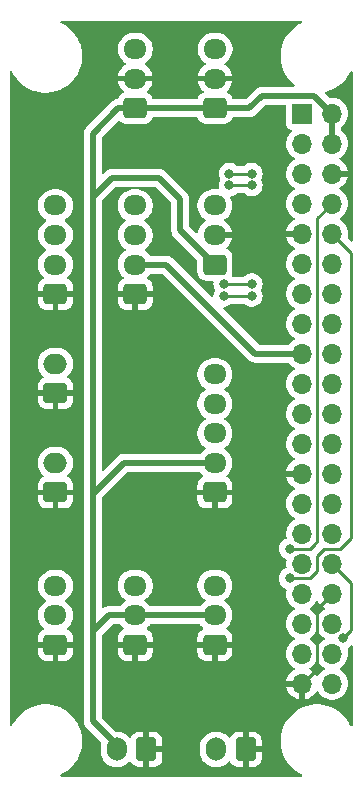
<source format=gbr>
G04 #@! TF.GenerationSoftware,KiCad,Pcbnew,8.0.4*
G04 #@! TF.CreationDate,2025-05-04T21:26:18-04:00*
G04 #@! TF.ProjectId,openduck,6f70656e-6475-4636-9b2e-6b696361645f,rev?*
G04 #@! TF.SameCoordinates,Original*
G04 #@! TF.FileFunction,Copper,L2,Bot*
G04 #@! TF.FilePolarity,Positive*
%FSLAX46Y46*%
G04 Gerber Fmt 4.6, Leading zero omitted, Abs format (unit mm)*
G04 Created by KiCad (PCBNEW 8.0.4) date 2025-05-04 21:26:18*
%MOMM*%
%LPD*%
G01*
G04 APERTURE LIST*
G04 Aperture macros list*
%AMRoundRect*
0 Rectangle with rounded corners*
0 $1 Rounding radius*
0 $2 $3 $4 $5 $6 $7 $8 $9 X,Y pos of 4 corners*
0 Add a 4 corners polygon primitive as box body*
4,1,4,$2,$3,$4,$5,$6,$7,$8,$9,$2,$3,0*
0 Add four circle primitives for the rounded corners*
1,1,$1+$1,$2,$3*
1,1,$1+$1,$4,$5*
1,1,$1+$1,$6,$7*
1,1,$1+$1,$8,$9*
0 Add four rect primitives between the rounded corners*
20,1,$1+$1,$2,$3,$4,$5,0*
20,1,$1+$1,$4,$5,$6,$7,0*
20,1,$1+$1,$6,$7,$8,$9,0*
20,1,$1+$1,$8,$9,$2,$3,0*%
G04 Aperture macros list end*
G04 #@! TA.AperFunction,ComponentPad*
%ADD10RoundRect,0.250000X0.725000X-0.600000X0.725000X0.600000X-0.725000X0.600000X-0.725000X-0.600000X0*%
G04 #@! TD*
G04 #@! TA.AperFunction,ComponentPad*
%ADD11O,1.950000X1.700000*%
G04 #@! TD*
G04 #@! TA.AperFunction,ComponentPad*
%ADD12RoundRect,0.250000X0.600000X0.750000X-0.600000X0.750000X-0.600000X-0.750000X0.600000X-0.750000X0*%
G04 #@! TD*
G04 #@! TA.AperFunction,ComponentPad*
%ADD13O,1.700000X2.000000*%
G04 #@! TD*
G04 #@! TA.AperFunction,ComponentPad*
%ADD14RoundRect,0.250000X0.750000X-0.600000X0.750000X0.600000X-0.750000X0.600000X-0.750000X-0.600000X0*%
G04 #@! TD*
G04 #@! TA.AperFunction,ComponentPad*
%ADD15O,2.000000X1.700000*%
G04 #@! TD*
G04 #@! TA.AperFunction,ComponentPad*
%ADD16R,1.700000X1.700000*%
G04 #@! TD*
G04 #@! TA.AperFunction,ComponentPad*
%ADD17O,1.700000X1.700000*%
G04 #@! TD*
G04 #@! TA.AperFunction,ViaPad*
%ADD18C,0.800000*%
G04 #@! TD*
G04 #@! TA.AperFunction,Conductor*
%ADD19C,0.500000*%
G04 #@! TD*
G04 #@! TA.AperFunction,Conductor*
%ADD20C,0.250000*%
G04 #@! TD*
G04 APERTURE END LIST*
D10*
X210150000Y-49770000D03*
D11*
X210150000Y-47270000D03*
X210150000Y-44770000D03*
D10*
X196650000Y-81970000D03*
D11*
X196650000Y-79470000D03*
X196650000Y-76970000D03*
D10*
X203400000Y-52270000D03*
D11*
X203400000Y-49770000D03*
X203400000Y-47270000D03*
X203400000Y-44770000D03*
D12*
X204350000Y-90820000D03*
D13*
X201850000Y-90820000D03*
D10*
X210160000Y-36520000D03*
D11*
X210160000Y-34020000D03*
X210160000Y-31520000D03*
D10*
X210150000Y-69070000D03*
D11*
X210150000Y-66570000D03*
X210150000Y-64070000D03*
X210150000Y-61570000D03*
X210150000Y-59070000D03*
D10*
X203410000Y-36520000D03*
D11*
X203410000Y-34020000D03*
X203410000Y-31520000D03*
D10*
X196650000Y-52270000D03*
D11*
X196650000Y-49770000D03*
X196650000Y-47270000D03*
X196650000Y-44770000D03*
D12*
X212750000Y-90820000D03*
D13*
X210250000Y-90820000D03*
D10*
X210150000Y-81960000D03*
D11*
X210150000Y-79460000D03*
X210150000Y-76960000D03*
D14*
X196650000Y-69070000D03*
D15*
X196650000Y-66570000D03*
D10*
X203400000Y-81960000D03*
D11*
X203400000Y-79460000D03*
X203400000Y-76960000D03*
D14*
X196650000Y-60670000D03*
D15*
X196650000Y-58170000D03*
D16*
X217540000Y-36990000D03*
D17*
X220080000Y-36990000D03*
X217540000Y-39530000D03*
X220080000Y-39530000D03*
X217540000Y-42070000D03*
X220080000Y-42070000D03*
X217540000Y-44610000D03*
X220080000Y-44610000D03*
X217540000Y-47150000D03*
X220080000Y-47150000D03*
X217540000Y-49690000D03*
X220080000Y-49690000D03*
X217540000Y-52230000D03*
X220080000Y-52230000D03*
X217540000Y-54770000D03*
X220080000Y-54770000D03*
X217540000Y-57310000D03*
X220080000Y-57310000D03*
X217540000Y-59850000D03*
X220080000Y-59850000D03*
X217540000Y-62390000D03*
X220080000Y-62390000D03*
X217540000Y-64930000D03*
X220080000Y-64930000D03*
X217540000Y-67470000D03*
X220080000Y-67470000D03*
X217540000Y-70010000D03*
X220080000Y-70010000D03*
X217540000Y-72550000D03*
X220080000Y-72550000D03*
X217540000Y-75090000D03*
X220080000Y-75090000D03*
X217540000Y-77630000D03*
X220080000Y-77630000D03*
X217540000Y-80170000D03*
X220080000Y-80170000D03*
X217540000Y-82710000D03*
X220080000Y-82710000D03*
X217540000Y-85250000D03*
X220080000Y-85250000D03*
D18*
X214800000Y-47150000D03*
X194130000Y-80960000D03*
X205860000Y-83990000D03*
X206280000Y-38560000D03*
X215000000Y-84790000D03*
X207280000Y-38570000D03*
X204240000Y-69050000D03*
X196640000Y-42780000D03*
X207280000Y-35020000D03*
X207290000Y-34020000D03*
X201060000Y-66080000D03*
X205240000Y-70360000D03*
X214990000Y-85780000D03*
X207300000Y-33020000D03*
X214790000Y-48150000D03*
X197640000Y-42790000D03*
X205600000Y-53270000D03*
X214810000Y-46150000D03*
X194110000Y-82960000D03*
X205600000Y-51270000D03*
X207860000Y-86980000D03*
X194120000Y-81960000D03*
X204400000Y-63090000D03*
X212910000Y-70070000D03*
X195640000Y-42770000D03*
X215010000Y-83790000D03*
X201390000Y-58310000D03*
X212910000Y-69070000D03*
X214790000Y-50950000D03*
X204240000Y-70360000D03*
X205860000Y-86980000D03*
X204400000Y-64090000D03*
X203240000Y-70360000D03*
X206860000Y-83990000D03*
X214810000Y-40290000D03*
X212900000Y-60410000D03*
X194100000Y-83950000D03*
X207860000Y-83990000D03*
X205600000Y-52270000D03*
X212900000Y-61410000D03*
X204400000Y-62090000D03*
X205240000Y-69050000D03*
X198520000Y-51010000D03*
X214820000Y-39290000D03*
X201390000Y-59310000D03*
X212910000Y-68070000D03*
X203240000Y-69050000D03*
X208280000Y-38580000D03*
X198510000Y-53500000D03*
X214830000Y-38290000D03*
X201390000Y-60310000D03*
X215020000Y-82790000D03*
X212900000Y-59410000D03*
X206860000Y-86980000D03*
X216480000Y-76350000D03*
X213275000Y-42070000D03*
X211375000Y-42070000D03*
X216490000Y-73820000D03*
X213275000Y-43070003D03*
X211375000Y-43070003D03*
X220960000Y-81430000D03*
X210925001Y-52445304D03*
X213275000Y-52440000D03*
X210925000Y-51420000D03*
X213275000Y-51420000D03*
D19*
X213580000Y-57310000D02*
X217540000Y-57310000D01*
X206040000Y-49770000D02*
X213580000Y-57310000D01*
X203400000Y-49770000D02*
X206040000Y-49770000D01*
D20*
X218810000Y-83980000D02*
X218810000Y-78900000D01*
X217540000Y-85250000D02*
X218810000Y-83980000D01*
X218810000Y-78900000D02*
X220080000Y-77630000D01*
X218220000Y-76350000D02*
X218820000Y-75750000D01*
X218820000Y-75750000D02*
X218820000Y-74410000D01*
X219370000Y-73860000D02*
X220720000Y-73860000D01*
X221685000Y-48755000D02*
X220080000Y-47150000D01*
X220720000Y-73860000D02*
X221685000Y-72895000D01*
X221685000Y-72895000D02*
X221685000Y-48755000D01*
X216480000Y-76350000D02*
X218220000Y-76350000D01*
X218820000Y-74410000D02*
X219370000Y-73860000D01*
X213275000Y-42070000D02*
X211375000Y-42070000D01*
X218820000Y-70690000D02*
X218820000Y-45870000D01*
X218530000Y-73500000D02*
X218210000Y-73820000D01*
X218210000Y-73820000D02*
X216490000Y-73820000D01*
X218820000Y-45870000D02*
X220080000Y-44610000D01*
X218820000Y-73210000D02*
X218530000Y-73500000D01*
X218820000Y-70690000D02*
X218820000Y-73210000D01*
D19*
X202420000Y-66570000D02*
X210150000Y-66570000D01*
X199790000Y-69200000D02*
X202420000Y-66570000D01*
X199790000Y-88430000D02*
X199790000Y-80830000D01*
X201850000Y-90820000D02*
X201850000Y-90490000D01*
X201950000Y-36520000D02*
X203410000Y-36520000D01*
X220080000Y-39530000D02*
X220080000Y-36990000D01*
X210130000Y-49770000D02*
X210150000Y-49770000D01*
X199790000Y-80830000D02*
X199790000Y-69200000D01*
X214120000Y-35470000D02*
X218560000Y-35470000D01*
X199790000Y-80830000D02*
X201160000Y-79460000D01*
X210160000Y-36520000D02*
X213070000Y-36520000D01*
X205410000Y-42440000D02*
X207230000Y-44260000D01*
X213070000Y-36520000D02*
X214120000Y-35470000D01*
X199790000Y-44070000D02*
X199790000Y-38680000D01*
X199790000Y-69200000D02*
X199790000Y-44070000D01*
X218560000Y-35470000D02*
X220080000Y-36990000D01*
X201160000Y-79460000D02*
X210150000Y-79460000D01*
X207230000Y-46870000D02*
X210130000Y-49770000D01*
X199790000Y-38680000D02*
X201950000Y-36520000D01*
X207230000Y-44260000D02*
X207230000Y-46870000D01*
X203410000Y-36520000D02*
X210160000Y-36520000D01*
X199790000Y-44070000D02*
X201420000Y-42440000D01*
X201850000Y-90490000D02*
X199790000Y-88430000D01*
X201420000Y-42440000D02*
X205410000Y-42440000D01*
D20*
X211375000Y-43070003D02*
X213275000Y-43070003D01*
X221685000Y-76695000D02*
X221685000Y-78110000D01*
X220080000Y-75090000D02*
X221685000Y-76695000D01*
X221685000Y-80705000D02*
X220960000Y-81430000D01*
X221685000Y-78110000D02*
X221685000Y-80705000D01*
X210925001Y-52445304D02*
X213269696Y-52445304D01*
X213269696Y-52445304D02*
X213275000Y-52440000D01*
X210925000Y-51420000D02*
X213275000Y-51420000D01*
G04 #@! TA.AperFunction,Conductor*
G36*
X217517046Y-29139407D02*
G01*
X217553010Y-29188907D01*
X217553010Y-29250093D01*
X217517046Y-29299593D01*
X217501810Y-29308696D01*
X217307874Y-29402090D01*
X217307869Y-29402092D01*
X217012999Y-29587372D01*
X217012996Y-29587374D01*
X216740747Y-29804484D01*
X216494484Y-30050747D01*
X216277374Y-30322996D01*
X216277372Y-30322999D01*
X216092092Y-30617869D01*
X216092086Y-30617881D01*
X215940998Y-30931620D01*
X215940997Y-30931622D01*
X215825982Y-31260315D01*
X215748491Y-31599826D01*
X215748490Y-31599832D01*
X215709500Y-31945863D01*
X215709500Y-32294136D01*
X215748490Y-32640167D01*
X215748491Y-32640173D01*
X215825982Y-32979684D01*
X215940997Y-33308377D01*
X215940998Y-33308379D01*
X216092086Y-33622118D01*
X216092092Y-33622130D01*
X216277372Y-33917000D01*
X216277374Y-33917003D01*
X216494484Y-34189252D01*
X216494490Y-34189258D01*
X216494494Y-34189263D01*
X216740737Y-34435506D01*
X216740741Y-34435509D01*
X216740747Y-34435515D01*
X216865622Y-34535099D01*
X216899329Y-34586162D01*
X216896584Y-34647286D01*
X216858436Y-34695123D01*
X216803897Y-34711500D01*
X214045291Y-34711500D01*
X213972024Y-34726073D01*
X213972024Y-34726074D01*
X213898753Y-34740649D01*
X213882007Y-34747585D01*
X213841576Y-34764331D01*
X213841576Y-34764332D01*
X213760716Y-34797826D01*
X213760714Y-34797827D01*
X213760715Y-34797827D01*
X213636487Y-34880832D01*
X212784815Y-35732504D01*
X212730298Y-35760281D01*
X212714811Y-35761500D01*
X211703026Y-35761500D01*
X211644835Y-35742593D01*
X211609051Y-35693640D01*
X211600739Y-35668555D01*
X211577115Y-35597262D01*
X211484030Y-35446348D01*
X211358652Y-35320970D01*
X211207738Y-35227885D01*
X211199679Y-35225214D01*
X211192722Y-35222909D01*
X211143433Y-35186656D01*
X211124867Y-35128356D01*
X211144114Y-35070277D01*
X211161855Y-35052644D01*
X211161513Y-35052243D01*
X211164464Y-35049722D01*
X211314722Y-34899464D01*
X211439624Y-34727552D01*
X211536095Y-34538215D01*
X211601758Y-34336122D01*
X211612231Y-34270000D01*
X210564146Y-34270000D01*
X210602630Y-34203343D01*
X210635000Y-34082535D01*
X210635000Y-33957465D01*
X210602630Y-33836657D01*
X210564146Y-33770000D01*
X211612231Y-33770000D01*
X211612231Y-33769999D01*
X211601758Y-33703877D01*
X211536095Y-33501784D01*
X211439624Y-33312447D01*
X211314722Y-33140535D01*
X211164464Y-32990277D01*
X210992551Y-32865375D01*
X210987848Y-32862979D01*
X210944585Y-32819714D01*
X210935014Y-32759281D01*
X210962793Y-32704765D01*
X210987850Y-32686560D01*
X210997009Y-32681894D01*
X211170004Y-32556206D01*
X211321206Y-32405004D01*
X211446894Y-32232009D01*
X211543972Y-32041483D01*
X211610049Y-31838116D01*
X211643500Y-31626916D01*
X211643500Y-31413084D01*
X211643500Y-31413080D01*
X211610049Y-31201886D01*
X211610049Y-31201884D01*
X211543972Y-30998517D01*
X211446894Y-30807991D01*
X211321206Y-30634996D01*
X211170004Y-30483794D01*
X210997009Y-30358106D01*
X210997008Y-30358105D01*
X210997006Y-30358104D01*
X210806481Y-30261027D01*
X210603113Y-30194950D01*
X210391919Y-30161500D01*
X210391916Y-30161500D01*
X209928084Y-30161500D01*
X209928081Y-30161500D01*
X209716886Y-30194950D01*
X209513518Y-30261027D01*
X209322993Y-30358104D01*
X209149997Y-30483793D01*
X208998793Y-30634997D01*
X208873104Y-30807993D01*
X208776027Y-30998518D01*
X208709950Y-31201886D01*
X208676500Y-31413080D01*
X208676500Y-31626919D01*
X208709950Y-31838113D01*
X208744959Y-31945863D01*
X208776028Y-32041483D01*
X208873106Y-32232009D01*
X208998794Y-32405004D01*
X209149996Y-32556206D01*
X209322991Y-32681894D01*
X209322995Y-32681896D01*
X209332148Y-32686560D01*
X209375413Y-32729824D01*
X209384985Y-32790255D01*
X209357209Y-32844772D01*
X209332155Y-32862977D01*
X209327449Y-32865375D01*
X209155535Y-32990277D01*
X209005277Y-33140535D01*
X208880375Y-33312447D01*
X208783904Y-33501784D01*
X208718241Y-33703877D01*
X208707768Y-33769999D01*
X208707769Y-33770000D01*
X209755854Y-33770000D01*
X209717370Y-33836657D01*
X209685000Y-33957465D01*
X209685000Y-34082535D01*
X209717370Y-34203343D01*
X209755854Y-34270000D01*
X208707769Y-34270000D01*
X208718241Y-34336122D01*
X208783904Y-34538215D01*
X208880375Y-34727552D01*
X209005277Y-34899464D01*
X209155535Y-35049722D01*
X209158487Y-35052243D01*
X209157571Y-35053315D01*
X209190285Y-35098332D01*
X209190292Y-35159518D01*
X209154333Y-35209022D01*
X209127278Y-35222909D01*
X209112261Y-35227885D01*
X208961349Y-35320969D01*
X208835969Y-35446349D01*
X208742885Y-35597261D01*
X208710949Y-35693640D01*
X208674698Y-35742930D01*
X208616974Y-35761500D01*
X204953026Y-35761500D01*
X204894835Y-35742593D01*
X204859051Y-35693640D01*
X204850739Y-35668555D01*
X204827115Y-35597262D01*
X204734030Y-35446348D01*
X204608652Y-35320970D01*
X204457738Y-35227885D01*
X204449679Y-35225214D01*
X204442722Y-35222909D01*
X204393433Y-35186656D01*
X204374867Y-35128356D01*
X204394114Y-35070277D01*
X204411855Y-35052644D01*
X204411513Y-35052243D01*
X204414464Y-35049722D01*
X204564722Y-34899464D01*
X204689624Y-34727552D01*
X204786095Y-34538215D01*
X204851758Y-34336122D01*
X204862231Y-34270000D01*
X203814146Y-34270000D01*
X203852630Y-34203343D01*
X203885000Y-34082535D01*
X203885000Y-33957465D01*
X203852630Y-33836657D01*
X203814146Y-33770000D01*
X204862231Y-33770000D01*
X204862231Y-33769999D01*
X204851758Y-33703877D01*
X204786095Y-33501784D01*
X204689624Y-33312447D01*
X204564722Y-33140535D01*
X204414464Y-32990277D01*
X204242551Y-32865375D01*
X204237848Y-32862979D01*
X204194585Y-32819714D01*
X204185014Y-32759281D01*
X204212793Y-32704765D01*
X204237850Y-32686560D01*
X204247009Y-32681894D01*
X204420004Y-32556206D01*
X204571206Y-32405004D01*
X204696894Y-32232009D01*
X204793972Y-32041483D01*
X204860049Y-31838116D01*
X204893500Y-31626916D01*
X204893500Y-31413084D01*
X204893500Y-31413080D01*
X204860049Y-31201886D01*
X204860049Y-31201884D01*
X204793972Y-30998517D01*
X204696894Y-30807991D01*
X204571206Y-30634996D01*
X204420004Y-30483794D01*
X204247009Y-30358106D01*
X204247008Y-30358105D01*
X204247006Y-30358104D01*
X204056481Y-30261027D01*
X203853113Y-30194950D01*
X203641919Y-30161500D01*
X203641916Y-30161500D01*
X203178084Y-30161500D01*
X203178081Y-30161500D01*
X202966886Y-30194950D01*
X202763518Y-30261027D01*
X202572993Y-30358104D01*
X202399997Y-30483793D01*
X202248793Y-30634997D01*
X202123104Y-30807993D01*
X202026027Y-30998518D01*
X201959950Y-31201886D01*
X201926500Y-31413080D01*
X201926500Y-31626919D01*
X201959950Y-31838113D01*
X201994959Y-31945863D01*
X202026028Y-32041483D01*
X202123106Y-32232009D01*
X202248794Y-32405004D01*
X202399996Y-32556206D01*
X202572991Y-32681894D01*
X202572995Y-32681896D01*
X202582148Y-32686560D01*
X202625413Y-32729824D01*
X202634985Y-32790255D01*
X202607209Y-32844772D01*
X202582155Y-32862977D01*
X202577449Y-32865375D01*
X202405535Y-32990277D01*
X202255277Y-33140535D01*
X202130375Y-33312447D01*
X202033904Y-33501784D01*
X201968241Y-33703877D01*
X201957768Y-33769999D01*
X201957769Y-33770000D01*
X203005854Y-33770000D01*
X202967370Y-33836657D01*
X202935000Y-33957465D01*
X202935000Y-34082535D01*
X202967370Y-34203343D01*
X203005854Y-34270000D01*
X201957769Y-34270000D01*
X201968241Y-34336122D01*
X202033904Y-34538215D01*
X202130375Y-34727552D01*
X202255277Y-34899464D01*
X202405535Y-35049722D01*
X202408487Y-35052243D01*
X202407571Y-35053315D01*
X202440285Y-35098332D01*
X202440292Y-35159518D01*
X202404333Y-35209022D01*
X202377278Y-35222909D01*
X202362261Y-35227885D01*
X202211349Y-35320969D01*
X202085969Y-35446349D01*
X201992886Y-35597260D01*
X201960832Y-35693992D01*
X201924580Y-35743281D01*
X201879972Y-35760090D01*
X201880064Y-35760551D01*
X201877281Y-35761104D01*
X201876569Y-35761373D01*
X201875305Y-35761497D01*
X201802024Y-35776073D01*
X201802024Y-35776074D01*
X201728753Y-35790649D01*
X201671576Y-35814332D01*
X201590716Y-35847826D01*
X201589242Y-35848811D01*
X201523026Y-35893055D01*
X201466487Y-35930832D01*
X199200831Y-38196488D01*
X199117828Y-38320711D01*
X199117823Y-38320721D01*
X199106318Y-38348499D01*
X199106318Y-38348500D01*
X199060650Y-38458750D01*
X199060648Y-38458756D01*
X199031500Y-38605291D01*
X199031500Y-88504707D01*
X199060649Y-88651246D01*
X199060649Y-88651248D01*
X199117824Y-88789281D01*
X199162426Y-88856034D01*
X199200834Y-88913515D01*
X199887145Y-89599826D01*
X200510071Y-90222752D01*
X200537848Y-90277269D01*
X200534222Y-90323347D01*
X200524950Y-90351883D01*
X200491500Y-90563080D01*
X200491500Y-91076919D01*
X200524950Y-91288113D01*
X200591027Y-91491481D01*
X200657597Y-91622133D01*
X200688106Y-91682009D01*
X200813794Y-91855004D01*
X200964996Y-92006206D01*
X201137991Y-92131894D01*
X201328517Y-92228972D01*
X201531884Y-92295049D01*
X201616364Y-92308429D01*
X201743081Y-92328500D01*
X201743084Y-92328500D01*
X201956919Y-92328500D01*
X202076832Y-92309507D01*
X202168116Y-92295049D01*
X202371483Y-92228972D01*
X202562009Y-92131894D01*
X202735004Y-92006206D01*
X202886206Y-91855004D01*
X202888278Y-91852151D01*
X202937773Y-91816182D01*
X202998959Y-91816175D01*
X203048463Y-91852133D01*
X203062351Y-91879191D01*
X203065642Y-91889123D01*
X203157680Y-92038340D01*
X203281659Y-92162319D01*
X203430875Y-92254356D01*
X203597306Y-92309506D01*
X203700012Y-92319999D01*
X204099998Y-92319999D01*
X204100000Y-92319998D01*
X204100000Y-91253012D01*
X204157007Y-91285925D01*
X204284174Y-91320000D01*
X204415826Y-91320000D01*
X204542993Y-91285925D01*
X204600000Y-91253012D01*
X204600000Y-92319998D01*
X204600001Y-92319999D01*
X204999986Y-92319999D01*
X205102687Y-92309507D01*
X205102699Y-92309504D01*
X205269124Y-92254356D01*
X205418340Y-92162319D01*
X205542319Y-92038340D01*
X205634356Y-91889124D01*
X205689506Y-91722693D01*
X205700000Y-91619987D01*
X205700000Y-91070001D01*
X205699999Y-91070000D01*
X204783012Y-91070000D01*
X204815925Y-91012993D01*
X204850000Y-90885826D01*
X204850000Y-90754174D01*
X204815925Y-90627007D01*
X204783012Y-90570000D01*
X205699998Y-90570000D01*
X205699999Y-90569999D01*
X205699999Y-90563080D01*
X208891500Y-90563080D01*
X208891500Y-91076919D01*
X208924950Y-91288113D01*
X208991027Y-91491481D01*
X209057597Y-91622133D01*
X209088106Y-91682009D01*
X209213794Y-91855004D01*
X209364996Y-92006206D01*
X209537991Y-92131894D01*
X209728517Y-92228972D01*
X209931884Y-92295049D01*
X210016364Y-92308429D01*
X210143081Y-92328500D01*
X210143084Y-92328500D01*
X210356919Y-92328500D01*
X210476832Y-92309507D01*
X210568116Y-92295049D01*
X210771483Y-92228972D01*
X210962009Y-92131894D01*
X211135004Y-92006206D01*
X211286206Y-91855004D01*
X211288278Y-91852151D01*
X211337773Y-91816182D01*
X211398959Y-91816175D01*
X211448463Y-91852133D01*
X211462351Y-91879191D01*
X211465642Y-91889123D01*
X211557680Y-92038340D01*
X211681659Y-92162319D01*
X211830875Y-92254356D01*
X211997306Y-92309506D01*
X212100012Y-92319999D01*
X212499998Y-92319999D01*
X212500000Y-92319998D01*
X212500000Y-91253012D01*
X212557007Y-91285925D01*
X212684174Y-91320000D01*
X212815826Y-91320000D01*
X212942993Y-91285925D01*
X213000000Y-91253012D01*
X213000000Y-92319998D01*
X213000001Y-92319999D01*
X213399986Y-92319999D01*
X213502687Y-92309507D01*
X213502699Y-92309504D01*
X213669124Y-92254356D01*
X213818340Y-92162319D01*
X213942319Y-92038340D01*
X214034356Y-91889124D01*
X214089506Y-91722693D01*
X214100000Y-91619987D01*
X214100000Y-91070001D01*
X214099999Y-91070000D01*
X213183012Y-91070000D01*
X213215925Y-91012993D01*
X213250000Y-90885826D01*
X213250000Y-90754174D01*
X213215925Y-90627007D01*
X213183012Y-90570000D01*
X214099998Y-90570000D01*
X214099999Y-90569999D01*
X214099999Y-90020013D01*
X214089507Y-89917312D01*
X214089504Y-89917300D01*
X214034356Y-89750875D01*
X213942319Y-89601659D01*
X213818340Y-89477680D01*
X213669124Y-89385643D01*
X213502693Y-89330493D01*
X213399987Y-89320000D01*
X213000001Y-89320000D01*
X213000000Y-89320001D01*
X213000000Y-90386988D01*
X212942993Y-90354075D01*
X212815826Y-90320000D01*
X212684174Y-90320000D01*
X212557007Y-90354075D01*
X212500000Y-90386988D01*
X212500000Y-89320001D01*
X212499999Y-89320000D01*
X212100013Y-89320000D01*
X211997312Y-89330492D01*
X211997300Y-89330495D01*
X211830875Y-89385643D01*
X211681659Y-89477680D01*
X211557680Y-89601659D01*
X211465643Y-89750874D01*
X211462351Y-89760810D01*
X211426098Y-89810098D01*
X211367797Y-89828664D01*
X211309718Y-89809417D01*
X211288284Y-89787856D01*
X211286209Y-89785000D01*
X211286208Y-89784999D01*
X211286206Y-89784996D01*
X211135004Y-89633794D01*
X210962009Y-89508106D01*
X210962008Y-89508105D01*
X210962006Y-89508104D01*
X210771481Y-89411027D01*
X210568113Y-89344950D01*
X210356919Y-89311500D01*
X210356916Y-89311500D01*
X210143084Y-89311500D01*
X210143081Y-89311500D01*
X209931886Y-89344950D01*
X209728518Y-89411027D01*
X209537993Y-89508104D01*
X209364997Y-89633793D01*
X209213793Y-89784997D01*
X209088104Y-89957993D01*
X208991027Y-90148518D01*
X208924950Y-90351886D01*
X208891500Y-90563080D01*
X205699999Y-90563080D01*
X205699999Y-90020013D01*
X205689507Y-89917312D01*
X205689504Y-89917300D01*
X205634356Y-89750875D01*
X205542319Y-89601659D01*
X205418340Y-89477680D01*
X205269124Y-89385643D01*
X205102693Y-89330493D01*
X204999987Y-89320000D01*
X204600001Y-89320000D01*
X204600000Y-89320001D01*
X204600000Y-90386988D01*
X204542993Y-90354075D01*
X204415826Y-90320000D01*
X204284174Y-90320000D01*
X204157007Y-90354075D01*
X204100000Y-90386988D01*
X204100000Y-89320001D01*
X204099999Y-89320000D01*
X203700013Y-89320000D01*
X203597312Y-89330492D01*
X203597300Y-89330495D01*
X203430875Y-89385643D01*
X203281659Y-89477680D01*
X203157680Y-89601659D01*
X203065643Y-89750874D01*
X203062351Y-89760810D01*
X203026098Y-89810098D01*
X202967797Y-89828664D01*
X202909718Y-89809417D01*
X202888284Y-89787856D01*
X202886209Y-89785000D01*
X202886208Y-89784999D01*
X202886206Y-89784996D01*
X202735004Y-89633794D01*
X202562009Y-89508106D01*
X202562008Y-89508105D01*
X202562006Y-89508104D01*
X202371481Y-89411027D01*
X202168113Y-89344950D01*
X201956919Y-89311500D01*
X201956916Y-89311500D01*
X201785189Y-89311500D01*
X201726998Y-89292593D01*
X201715185Y-89282504D01*
X200577496Y-88144815D01*
X200549719Y-88090298D01*
X200548500Y-88074811D01*
X200548500Y-81185189D01*
X200567407Y-81126998D01*
X200577496Y-81115185D01*
X201445185Y-80247496D01*
X201499702Y-80219719D01*
X201515189Y-80218500D01*
X202096441Y-80218500D01*
X202154632Y-80237407D01*
X202176531Y-80259306D01*
X202238794Y-80345004D01*
X202389996Y-80496206D01*
X202392854Y-80498282D01*
X202428819Y-80547781D01*
X202428822Y-80608966D01*
X202392860Y-80658468D01*
X202365810Y-80672351D01*
X202355874Y-80675643D01*
X202206659Y-80767680D01*
X202082680Y-80891659D01*
X201990643Y-81040875D01*
X201935493Y-81207306D01*
X201925000Y-81310012D01*
X201925000Y-81709999D01*
X201925001Y-81710000D01*
X202995854Y-81710000D01*
X202957370Y-81776657D01*
X202925000Y-81897465D01*
X202925000Y-82022535D01*
X202957370Y-82143343D01*
X202995854Y-82210000D01*
X201925002Y-82210000D01*
X201925001Y-82210001D01*
X201925001Y-82609986D01*
X201935492Y-82712687D01*
X201935495Y-82712699D01*
X201990643Y-82879124D01*
X202082680Y-83028340D01*
X202206659Y-83152319D01*
X202355875Y-83244356D01*
X202522306Y-83299506D01*
X202625012Y-83309999D01*
X203149998Y-83309999D01*
X203150000Y-83309998D01*
X203150000Y-82364145D01*
X203216657Y-82402630D01*
X203337465Y-82435000D01*
X203462535Y-82435000D01*
X203583343Y-82402630D01*
X203650000Y-82364145D01*
X203650000Y-83309998D01*
X203650001Y-83309999D01*
X204174986Y-83309999D01*
X204277687Y-83299507D01*
X204277699Y-83299504D01*
X204444124Y-83244356D01*
X204593340Y-83152319D01*
X204717319Y-83028340D01*
X204809356Y-82879124D01*
X204864506Y-82712693D01*
X204875000Y-82609987D01*
X204875000Y-82210001D01*
X204874999Y-82210000D01*
X203804146Y-82210000D01*
X203842630Y-82143343D01*
X203875000Y-82022535D01*
X203875000Y-81897465D01*
X203842630Y-81776657D01*
X203804146Y-81710000D01*
X204874998Y-81710000D01*
X204874999Y-81709999D01*
X204874999Y-81310013D01*
X204864507Y-81207312D01*
X204864504Y-81207300D01*
X204809356Y-81040875D01*
X204717319Y-80891659D01*
X204593340Y-80767680D01*
X204444123Y-80675642D01*
X204434191Y-80672351D01*
X204384902Y-80636099D01*
X204366335Y-80577799D01*
X204385581Y-80519720D01*
X204407152Y-80498278D01*
X204409998Y-80496210D01*
X204410004Y-80496206D01*
X204561206Y-80345004D01*
X204623467Y-80259307D01*
X204672966Y-80223345D01*
X204703559Y-80218500D01*
X208846441Y-80218500D01*
X208904632Y-80237407D01*
X208926531Y-80259306D01*
X208988794Y-80345004D01*
X209139996Y-80496206D01*
X209142854Y-80498282D01*
X209178819Y-80547781D01*
X209178822Y-80608966D01*
X209142860Y-80658468D01*
X209115810Y-80672351D01*
X209105874Y-80675643D01*
X208956659Y-80767680D01*
X208832680Y-80891659D01*
X208740643Y-81040875D01*
X208685493Y-81207306D01*
X208675000Y-81310012D01*
X208675000Y-81709999D01*
X208675001Y-81710000D01*
X209745854Y-81710000D01*
X209707370Y-81776657D01*
X209675000Y-81897465D01*
X209675000Y-82022535D01*
X209707370Y-82143343D01*
X209745854Y-82210000D01*
X208675002Y-82210000D01*
X208675001Y-82210001D01*
X208675001Y-82609986D01*
X208685492Y-82712687D01*
X208685495Y-82712699D01*
X208740643Y-82879124D01*
X208832680Y-83028340D01*
X208956659Y-83152319D01*
X209105875Y-83244356D01*
X209272306Y-83299506D01*
X209375012Y-83309999D01*
X209899998Y-83309999D01*
X209900000Y-83309998D01*
X209900000Y-82364145D01*
X209966657Y-82402630D01*
X210087465Y-82435000D01*
X210212535Y-82435000D01*
X210333343Y-82402630D01*
X210400000Y-82364145D01*
X210400000Y-83309998D01*
X210400001Y-83309999D01*
X210924986Y-83309999D01*
X211027687Y-83299507D01*
X211027699Y-83299504D01*
X211194124Y-83244356D01*
X211343340Y-83152319D01*
X211467319Y-83028340D01*
X211559356Y-82879124D01*
X211614506Y-82712693D01*
X211625000Y-82609987D01*
X211625000Y-82210001D01*
X211624999Y-82210000D01*
X210554146Y-82210000D01*
X210592630Y-82143343D01*
X210625000Y-82022535D01*
X210625000Y-81897465D01*
X210592630Y-81776657D01*
X210554146Y-81710000D01*
X211624998Y-81710000D01*
X211624999Y-81709999D01*
X211624999Y-81310013D01*
X211614507Y-81207312D01*
X211614504Y-81207300D01*
X211559356Y-81040875D01*
X211467319Y-80891659D01*
X211343340Y-80767680D01*
X211194123Y-80675642D01*
X211184191Y-80672351D01*
X211134902Y-80636099D01*
X211116335Y-80577799D01*
X211135581Y-80519720D01*
X211157152Y-80498278D01*
X211159998Y-80496210D01*
X211160004Y-80496206D01*
X211311206Y-80345004D01*
X211436894Y-80172009D01*
X211533972Y-79981483D01*
X211600049Y-79778116D01*
X211631916Y-79576919D01*
X211633500Y-79566919D01*
X211633500Y-79353080D01*
X211600049Y-79141886D01*
X211600049Y-79141884D01*
X211533972Y-78938517D01*
X211436894Y-78747991D01*
X211311206Y-78574996D01*
X211160004Y-78423794D01*
X210987009Y-78298106D01*
X210987005Y-78298103D01*
X210983690Y-78296072D01*
X210984216Y-78295212D01*
X210943949Y-78254947D01*
X210934377Y-78194515D01*
X210962153Y-78139998D01*
X210983869Y-78124220D01*
X210983690Y-78123928D01*
X210987005Y-78121896D01*
X210987004Y-78121896D01*
X210987009Y-78121894D01*
X211160004Y-77996206D01*
X211311206Y-77845004D01*
X211436894Y-77672009D01*
X211533972Y-77481483D01*
X211600049Y-77278116D01*
X211621747Y-77141119D01*
X211633500Y-77066919D01*
X211633500Y-76853080D01*
X211600049Y-76641886D01*
X211600049Y-76641884D01*
X211533972Y-76438517D01*
X211436894Y-76247991D01*
X211311206Y-76074996D01*
X211160004Y-75923794D01*
X210987009Y-75798106D01*
X210987008Y-75798105D01*
X210987006Y-75798104D01*
X210796481Y-75701027D01*
X210593113Y-75634950D01*
X210381919Y-75601500D01*
X210381916Y-75601500D01*
X209918084Y-75601500D01*
X209918081Y-75601500D01*
X209706886Y-75634950D01*
X209503518Y-75701027D01*
X209312993Y-75798104D01*
X209139997Y-75923793D01*
X208988793Y-76074997D01*
X208863104Y-76247993D01*
X208766027Y-76438518D01*
X208699950Y-76641886D01*
X208666500Y-76853080D01*
X208666500Y-77066919D01*
X208699950Y-77278113D01*
X208699951Y-77278116D01*
X208766028Y-77481483D01*
X208863106Y-77672009D01*
X208988794Y-77845004D01*
X209139996Y-77996206D01*
X209245166Y-78072616D01*
X209312994Y-78121896D01*
X209316310Y-78123928D01*
X209315784Y-78124785D01*
X209356055Y-78165064D01*
X209365620Y-78225497D01*
X209337837Y-78280011D01*
X209316131Y-78295780D01*
X209316310Y-78296072D01*
X209312994Y-78298103D01*
X209139997Y-78423793D01*
X209139996Y-78423794D01*
X208988794Y-78574996D01*
X208926532Y-78660692D01*
X208877034Y-78696655D01*
X208846441Y-78701500D01*
X204703559Y-78701500D01*
X204645368Y-78682593D01*
X204623468Y-78660693D01*
X204561206Y-78574996D01*
X204410004Y-78423794D01*
X204237009Y-78298106D01*
X204237005Y-78298103D01*
X204233690Y-78296072D01*
X204234216Y-78295212D01*
X204193949Y-78254947D01*
X204184377Y-78194515D01*
X204212153Y-78139998D01*
X204233869Y-78124220D01*
X204233690Y-78123928D01*
X204237005Y-78121896D01*
X204237004Y-78121896D01*
X204237009Y-78121894D01*
X204410004Y-77996206D01*
X204561206Y-77845004D01*
X204686894Y-77672009D01*
X204783972Y-77481483D01*
X204850049Y-77278116D01*
X204871747Y-77141119D01*
X204883500Y-77066919D01*
X204883500Y-76853080D01*
X204850049Y-76641886D01*
X204850049Y-76641884D01*
X204783972Y-76438517D01*
X204686894Y-76247991D01*
X204561206Y-76074996D01*
X204410004Y-75923794D01*
X204237009Y-75798106D01*
X204237008Y-75798105D01*
X204237006Y-75798104D01*
X204046481Y-75701027D01*
X203843113Y-75634950D01*
X203631919Y-75601500D01*
X203631916Y-75601500D01*
X203168084Y-75601500D01*
X203168081Y-75601500D01*
X202956886Y-75634950D01*
X202753518Y-75701027D01*
X202562993Y-75798104D01*
X202389997Y-75923793D01*
X202238793Y-76074997D01*
X202113104Y-76247993D01*
X202016027Y-76438518D01*
X201949950Y-76641886D01*
X201916500Y-76853080D01*
X201916500Y-77066919D01*
X201949950Y-77278113D01*
X201949951Y-77278116D01*
X202016028Y-77481483D01*
X202113106Y-77672009D01*
X202238794Y-77845004D01*
X202389996Y-77996206D01*
X202495166Y-78072616D01*
X202562994Y-78121896D01*
X202566310Y-78123928D01*
X202565784Y-78124785D01*
X202606055Y-78165064D01*
X202615620Y-78225497D01*
X202587837Y-78280011D01*
X202566131Y-78295780D01*
X202566310Y-78296072D01*
X202562994Y-78298103D01*
X202389997Y-78423793D01*
X202389996Y-78423794D01*
X202238794Y-78574996D01*
X202176532Y-78660692D01*
X202127034Y-78696655D01*
X202096441Y-78701500D01*
X201085291Y-78701500D01*
X200938754Y-78730649D01*
X200938752Y-78730649D01*
X200800718Y-78787824D01*
X200702501Y-78853450D01*
X200643612Y-78870058D01*
X200586209Y-78848880D01*
X200552217Y-78798006D01*
X200548500Y-78771134D01*
X200548500Y-69555189D01*
X200567407Y-69496998D01*
X200577496Y-69485185D01*
X202705185Y-67357496D01*
X202759702Y-67329719D01*
X202775189Y-67328500D01*
X208846441Y-67328500D01*
X208904632Y-67347407D01*
X208926531Y-67369306D01*
X208988794Y-67455004D01*
X209139996Y-67606206D01*
X209142854Y-67608282D01*
X209178819Y-67657781D01*
X209178822Y-67718966D01*
X209142860Y-67768468D01*
X209115810Y-67782351D01*
X209105874Y-67785643D01*
X208956659Y-67877680D01*
X208832680Y-68001659D01*
X208740643Y-68150875D01*
X208685493Y-68317306D01*
X208675000Y-68420012D01*
X208675000Y-68819999D01*
X208675001Y-68820000D01*
X209745854Y-68820000D01*
X209707370Y-68886657D01*
X209675000Y-69007465D01*
X209675000Y-69132535D01*
X209707370Y-69253343D01*
X209745854Y-69320000D01*
X208675002Y-69320000D01*
X208675001Y-69320001D01*
X208675001Y-69719986D01*
X208685492Y-69822687D01*
X208685495Y-69822699D01*
X208740643Y-69989124D01*
X208832680Y-70138340D01*
X208956659Y-70262319D01*
X209105875Y-70354356D01*
X209272306Y-70409506D01*
X209375012Y-70419999D01*
X209899998Y-70419999D01*
X209900000Y-70419998D01*
X209900000Y-69474145D01*
X209966657Y-69512630D01*
X210087465Y-69545000D01*
X210212535Y-69545000D01*
X210333343Y-69512630D01*
X210400000Y-69474145D01*
X210400000Y-70419998D01*
X210400001Y-70419999D01*
X210924986Y-70419999D01*
X211027687Y-70409507D01*
X211027699Y-70409504D01*
X211194124Y-70354356D01*
X211343340Y-70262319D01*
X211467319Y-70138340D01*
X211559356Y-69989124D01*
X211614506Y-69822693D01*
X211625000Y-69719987D01*
X211625000Y-69320001D01*
X211624999Y-69320000D01*
X210554146Y-69320000D01*
X210592630Y-69253343D01*
X210625000Y-69132535D01*
X210625000Y-69007465D01*
X210592630Y-68886657D01*
X210554146Y-68820000D01*
X211624998Y-68820000D01*
X211624999Y-68819999D01*
X211624999Y-68420013D01*
X211614507Y-68317312D01*
X211614504Y-68317300D01*
X211559356Y-68150875D01*
X211467319Y-68001659D01*
X211343340Y-67877680D01*
X211194123Y-67785642D01*
X211184191Y-67782351D01*
X211134902Y-67746099D01*
X211116335Y-67687799D01*
X211135581Y-67629720D01*
X211157152Y-67608278D01*
X211159998Y-67606210D01*
X211160004Y-67606206D01*
X211311206Y-67455004D01*
X211436894Y-67282009D01*
X211533972Y-67091483D01*
X211600049Y-66888116D01*
X211633500Y-66676916D01*
X211633500Y-66463084D01*
X211633500Y-66463080D01*
X211605848Y-66288500D01*
X211600049Y-66251884D01*
X211533972Y-66048517D01*
X211436894Y-65857991D01*
X211311206Y-65684996D01*
X211160004Y-65533794D01*
X210987009Y-65408106D01*
X210987005Y-65408103D01*
X210983690Y-65406072D01*
X210984216Y-65405212D01*
X210943949Y-65364947D01*
X210934377Y-65304515D01*
X210962153Y-65249998D01*
X210983869Y-65234220D01*
X210983690Y-65233928D01*
X210987005Y-65231896D01*
X210987004Y-65231896D01*
X210987009Y-65231894D01*
X211160004Y-65106206D01*
X211311206Y-64955004D01*
X211436894Y-64782009D01*
X211533972Y-64591483D01*
X211600049Y-64388116D01*
X211633500Y-64176916D01*
X211633500Y-63963084D01*
X211633500Y-63963080D01*
X211605898Y-63788811D01*
X211600049Y-63751884D01*
X211533972Y-63548517D01*
X211436894Y-63357991D01*
X211311206Y-63184996D01*
X211160004Y-63033794D01*
X210987009Y-62908106D01*
X210987005Y-62908103D01*
X210983690Y-62906072D01*
X210984216Y-62905212D01*
X210943949Y-62864947D01*
X210934377Y-62804515D01*
X210962153Y-62749998D01*
X210983869Y-62734220D01*
X210983690Y-62733928D01*
X210987005Y-62731896D01*
X210987004Y-62731896D01*
X210987009Y-62731894D01*
X211160004Y-62606206D01*
X211311206Y-62455004D01*
X211436894Y-62282009D01*
X211533972Y-62091483D01*
X211600049Y-61888116D01*
X211623317Y-61741209D01*
X211633500Y-61676919D01*
X211633500Y-61463080D01*
X211600049Y-61251886D01*
X211600049Y-61251884D01*
X211533972Y-61048517D01*
X211436894Y-60857991D01*
X211311206Y-60684996D01*
X211160004Y-60533794D01*
X210987009Y-60408106D01*
X210987005Y-60408103D01*
X210983690Y-60406072D01*
X210984216Y-60405212D01*
X210943949Y-60364947D01*
X210934377Y-60304515D01*
X210962153Y-60249998D01*
X210983869Y-60234220D01*
X210983690Y-60233928D01*
X210987005Y-60231896D01*
X210987004Y-60231896D01*
X210987009Y-60231894D01*
X211160004Y-60106206D01*
X211311206Y-59955004D01*
X211436894Y-59782009D01*
X211533972Y-59591483D01*
X211600049Y-59388116D01*
X211628533Y-59208278D01*
X211633500Y-59176919D01*
X211633500Y-58963080D01*
X211600049Y-58751886D01*
X211600049Y-58751884D01*
X211533972Y-58548517D01*
X211436894Y-58357991D01*
X211311206Y-58184996D01*
X211160004Y-58033794D01*
X210987009Y-57908106D01*
X210987008Y-57908105D01*
X210987006Y-57908104D01*
X210796481Y-57811027D01*
X210593113Y-57744950D01*
X210381919Y-57711500D01*
X210381916Y-57711500D01*
X209918084Y-57711500D01*
X209918081Y-57711500D01*
X209706886Y-57744950D01*
X209503518Y-57811027D01*
X209312993Y-57908104D01*
X209139997Y-58033793D01*
X208988793Y-58184997D01*
X208863104Y-58357993D01*
X208766027Y-58548518D01*
X208699950Y-58751886D01*
X208666500Y-58963080D01*
X208666500Y-59176919D01*
X208699950Y-59388113D01*
X208699951Y-59388116D01*
X208766028Y-59591483D01*
X208863106Y-59782009D01*
X208988794Y-59955004D01*
X209139996Y-60106206D01*
X209312991Y-60231894D01*
X209312994Y-60231896D01*
X209316310Y-60233928D01*
X209315784Y-60234785D01*
X209356055Y-60275064D01*
X209365620Y-60335497D01*
X209337837Y-60390011D01*
X209316131Y-60405780D01*
X209316310Y-60406072D01*
X209312994Y-60408103D01*
X209139997Y-60533793D01*
X208988793Y-60684997D01*
X208863104Y-60857993D01*
X208766027Y-61048518D01*
X208699950Y-61251886D01*
X208666500Y-61463080D01*
X208666500Y-61676919D01*
X208699950Y-61888113D01*
X208699951Y-61888116D01*
X208766028Y-62091483D01*
X208863106Y-62282009D01*
X208988794Y-62455004D01*
X209139996Y-62606206D01*
X209312991Y-62731894D01*
X209312994Y-62731896D01*
X209316310Y-62733928D01*
X209315784Y-62734785D01*
X209356055Y-62775064D01*
X209365620Y-62835497D01*
X209337837Y-62890011D01*
X209316131Y-62905780D01*
X209316310Y-62906072D01*
X209312994Y-62908103D01*
X209139997Y-63033793D01*
X208988793Y-63184997D01*
X208863104Y-63357993D01*
X208766027Y-63548518D01*
X208699950Y-63751886D01*
X208666500Y-63963080D01*
X208666500Y-64176919D01*
X208699950Y-64388113D01*
X208732204Y-64487384D01*
X208766028Y-64591483D01*
X208863106Y-64782009D01*
X208988794Y-64955004D01*
X209139996Y-65106206D01*
X209284921Y-65211500D01*
X209312994Y-65231896D01*
X209316310Y-65233928D01*
X209315784Y-65234785D01*
X209356055Y-65275064D01*
X209365620Y-65335497D01*
X209337837Y-65390011D01*
X209316131Y-65405780D01*
X209316310Y-65406072D01*
X209312994Y-65408103D01*
X209139997Y-65533793D01*
X209139996Y-65533794D01*
X208988794Y-65684996D01*
X208926532Y-65770692D01*
X208877034Y-65806655D01*
X208846441Y-65811500D01*
X202345293Y-65811500D01*
X202314575Y-65817610D01*
X202283856Y-65823721D01*
X202198754Y-65840649D01*
X202198752Y-65840649D01*
X202060718Y-65897824D01*
X201936488Y-65980831D01*
X200717504Y-67199815D01*
X200662987Y-67227592D01*
X200602555Y-67218021D01*
X200559290Y-67174756D01*
X200548500Y-67129811D01*
X200548500Y-44425189D01*
X200567407Y-44366998D01*
X200577496Y-44355185D01*
X201705185Y-43227496D01*
X201759702Y-43199719D01*
X201775189Y-43198500D01*
X205054811Y-43198500D01*
X205113002Y-43217407D01*
X205124815Y-43227496D01*
X206442504Y-44545185D01*
X206470281Y-44599702D01*
X206471500Y-44615189D01*
X206471500Y-46944707D01*
X206500649Y-47091246D01*
X206500649Y-47091248D01*
X206557824Y-47229281D01*
X206626815Y-47332535D01*
X206640834Y-47353515D01*
X207642948Y-48355629D01*
X208637504Y-49350185D01*
X208665281Y-49404702D01*
X208666500Y-49420189D01*
X208666500Y-50420552D01*
X208677111Y-50524417D01*
X208677112Y-50524424D01*
X208677113Y-50524426D01*
X208732885Y-50692738D01*
X208825970Y-50843652D01*
X208951348Y-50969030D01*
X209102262Y-51062115D01*
X209270574Y-51117887D01*
X209374455Y-51128500D01*
X209932183Y-51128499D01*
X209990374Y-51147406D01*
X210026338Y-51196906D01*
X210030641Y-51237847D01*
X210011496Y-51419999D01*
X210031459Y-51609933D01*
X210090471Y-51791551D01*
X210090477Y-51791565D01*
X210143355Y-51883151D01*
X210156077Y-51942999D01*
X210143356Y-51982150D01*
X210090477Y-52073740D01*
X210090472Y-52073752D01*
X210031460Y-52255370D01*
X210031459Y-52255374D01*
X210031459Y-52255376D01*
X210011935Y-52441137D01*
X209987048Y-52497032D01*
X209934060Y-52527625D01*
X209873210Y-52521229D01*
X209843473Y-52500792D01*
X208186331Y-50843650D01*
X206523515Y-49180834D01*
X206431656Y-49119456D01*
X206399283Y-49097825D01*
X206261247Y-49040649D01*
X206187976Y-49026074D01*
X206187975Y-49026073D01*
X206114708Y-49011500D01*
X206114706Y-49011500D01*
X204703559Y-49011500D01*
X204645368Y-48992593D01*
X204623468Y-48970693D01*
X204561206Y-48884996D01*
X204410004Y-48733794D01*
X204237009Y-48608106D01*
X204237005Y-48608103D01*
X204233690Y-48606072D01*
X204234216Y-48605212D01*
X204193949Y-48564947D01*
X204184377Y-48504515D01*
X204212153Y-48449998D01*
X204233869Y-48434220D01*
X204233690Y-48433928D01*
X204237005Y-48431896D01*
X204237004Y-48431896D01*
X204237009Y-48431894D01*
X204410004Y-48306206D01*
X204561206Y-48155004D01*
X204686894Y-47982009D01*
X204783972Y-47791483D01*
X204850049Y-47588116D01*
X204879844Y-47400000D01*
X204883500Y-47376919D01*
X204883500Y-47163080D01*
X204850860Y-46957007D01*
X204850049Y-46951884D01*
X204783972Y-46748517D01*
X204686894Y-46557991D01*
X204561206Y-46384996D01*
X204410004Y-46233794D01*
X204237009Y-46108106D01*
X204237005Y-46108103D01*
X204233690Y-46106072D01*
X204234216Y-46105212D01*
X204193949Y-46064947D01*
X204184377Y-46004515D01*
X204212153Y-45949998D01*
X204233869Y-45934220D01*
X204233690Y-45933928D01*
X204237005Y-45931896D01*
X204237004Y-45931896D01*
X204237009Y-45931894D01*
X204410004Y-45806206D01*
X204561206Y-45655004D01*
X204686894Y-45482009D01*
X204783972Y-45291483D01*
X204850049Y-45088116D01*
X204883500Y-44876916D01*
X204883500Y-44663084D01*
X204883500Y-44663080D01*
X204850049Y-44451886D01*
X204850049Y-44451884D01*
X204783972Y-44248517D01*
X204686894Y-44057991D01*
X204561206Y-43884996D01*
X204410004Y-43733794D01*
X204237009Y-43608106D01*
X204237008Y-43608105D01*
X204237006Y-43608104D01*
X204046481Y-43511027D01*
X203843113Y-43444950D01*
X203631919Y-43411500D01*
X203631916Y-43411500D01*
X203168084Y-43411500D01*
X203168081Y-43411500D01*
X202956886Y-43444950D01*
X202753518Y-43511027D01*
X202562993Y-43608104D01*
X202389997Y-43733793D01*
X202238793Y-43884997D01*
X202113104Y-44057993D01*
X202016027Y-44248518D01*
X201949950Y-44451886D01*
X201916500Y-44663080D01*
X201916500Y-44876919D01*
X201949950Y-45088113D01*
X202016027Y-45291481D01*
X202095407Y-45447274D01*
X202113106Y-45482009D01*
X202238794Y-45655004D01*
X202389996Y-45806206D01*
X202491565Y-45880000D01*
X202562994Y-45931896D01*
X202566310Y-45933928D01*
X202565784Y-45934785D01*
X202606055Y-45975064D01*
X202615620Y-46035497D01*
X202587837Y-46090011D01*
X202566131Y-46105780D01*
X202566310Y-46106072D01*
X202562994Y-46108103D01*
X202389997Y-46233793D01*
X202238793Y-46384997D01*
X202113104Y-46557993D01*
X202016027Y-46748518D01*
X201949950Y-46951886D01*
X201916500Y-47163080D01*
X201916500Y-47376919D01*
X201949950Y-47588113D01*
X201958986Y-47615925D01*
X202016028Y-47791483D01*
X202113106Y-47982009D01*
X202238794Y-48155004D01*
X202389996Y-48306206D01*
X202549529Y-48422113D01*
X202562994Y-48431896D01*
X202566310Y-48433928D01*
X202565784Y-48434785D01*
X202606055Y-48475064D01*
X202615620Y-48535497D01*
X202587837Y-48590011D01*
X202566131Y-48605780D01*
X202566310Y-48606072D01*
X202562994Y-48608103D01*
X202389997Y-48733793D01*
X202238793Y-48884997D01*
X202113104Y-49057993D01*
X202016027Y-49248518D01*
X201949950Y-49451886D01*
X201916500Y-49663080D01*
X201916500Y-49876919D01*
X201949950Y-50088113D01*
X202016027Y-50291481D01*
X202081792Y-50420553D01*
X202113106Y-50482009D01*
X202238794Y-50655004D01*
X202389996Y-50806206D01*
X202392854Y-50808282D01*
X202428819Y-50857781D01*
X202428822Y-50918966D01*
X202392860Y-50968468D01*
X202365810Y-50982351D01*
X202355874Y-50985643D01*
X202206659Y-51077680D01*
X202082680Y-51201659D01*
X201990643Y-51350875D01*
X201935493Y-51517306D01*
X201925000Y-51620012D01*
X201925000Y-52019999D01*
X201925001Y-52020000D01*
X202995854Y-52020000D01*
X202957370Y-52086657D01*
X202925000Y-52207465D01*
X202925000Y-52332535D01*
X202957370Y-52453343D01*
X202995854Y-52520000D01*
X201925002Y-52520000D01*
X201925001Y-52520001D01*
X201925001Y-52919986D01*
X201935492Y-53022687D01*
X201935495Y-53022699D01*
X201990643Y-53189124D01*
X202082680Y-53338340D01*
X202206659Y-53462319D01*
X202355875Y-53554356D01*
X202522306Y-53609506D01*
X202625012Y-53619999D01*
X203149998Y-53619999D01*
X203150000Y-53619998D01*
X203150000Y-52674145D01*
X203216657Y-52712630D01*
X203337465Y-52745000D01*
X203462535Y-52745000D01*
X203583343Y-52712630D01*
X203650000Y-52674145D01*
X203650000Y-53619998D01*
X203650001Y-53619999D01*
X204174986Y-53619999D01*
X204277687Y-53609507D01*
X204277699Y-53609504D01*
X204444124Y-53554356D01*
X204593340Y-53462319D01*
X204717319Y-53338340D01*
X204809356Y-53189124D01*
X204864506Y-53022693D01*
X204875000Y-52919987D01*
X204875000Y-52520001D01*
X204874999Y-52520000D01*
X203804146Y-52520000D01*
X203842630Y-52453343D01*
X203875000Y-52332535D01*
X203875000Y-52207465D01*
X203842630Y-52086657D01*
X203804146Y-52020000D01*
X204874998Y-52020000D01*
X204874999Y-52019999D01*
X204874999Y-51620013D01*
X204864507Y-51517312D01*
X204864504Y-51517300D01*
X204809356Y-51350875D01*
X204717319Y-51201659D01*
X204593340Y-51077680D01*
X204444123Y-50985642D01*
X204434191Y-50982351D01*
X204384902Y-50946099D01*
X204366335Y-50887799D01*
X204385581Y-50829720D01*
X204407152Y-50808278D01*
X204409998Y-50806210D01*
X204410004Y-50806206D01*
X204561206Y-50655004D01*
X204623467Y-50569307D01*
X204672966Y-50533345D01*
X204703559Y-50528500D01*
X205684811Y-50528500D01*
X205743002Y-50547407D01*
X205754815Y-50557496D01*
X212990835Y-57793516D01*
X212990834Y-57793516D01*
X213049203Y-57851884D01*
X213096484Y-57899165D01*
X213178928Y-57954252D01*
X213220714Y-57982173D01*
X213220715Y-57982173D01*
X213220716Y-57982174D01*
X213301576Y-58015667D01*
X213358753Y-58039351D01*
X213432024Y-58053925D01*
X213505294Y-58068500D01*
X213505295Y-58068500D01*
X213654705Y-58068500D01*
X216359240Y-58068500D01*
X216417431Y-58087407D01*
X216442118Y-58113350D01*
X216464278Y-58147268D01*
X216464280Y-58147270D01*
X216464282Y-58147273D01*
X216616756Y-58312903D01*
X216616762Y-58312908D01*
X216785396Y-58444162D01*
X216794424Y-58451189D01*
X216841506Y-58476668D01*
X216871558Y-58492932D01*
X216913736Y-58537257D01*
X216921806Y-58597908D01*
X216892685Y-58651718D01*
X216871558Y-58667068D01*
X216794423Y-58708811D01*
X216794420Y-58708813D01*
X216616762Y-58847091D01*
X216616756Y-58847096D01*
X216464282Y-59012725D01*
X216436660Y-59055004D01*
X216357010Y-59176919D01*
X216341139Y-59201211D01*
X216328634Y-59229720D01*
X216250704Y-59407384D01*
X216232903Y-59477680D01*
X216195435Y-59625633D01*
X216176844Y-59850000D01*
X216195435Y-60074366D01*
X216195436Y-60074368D01*
X216250704Y-60292616D01*
X216341140Y-60498791D01*
X216462794Y-60684996D01*
X216464282Y-60687274D01*
X216616756Y-60852903D01*
X216616762Y-60852908D01*
X216776203Y-60977007D01*
X216794424Y-60991189D01*
X216825435Y-61007971D01*
X216871558Y-61032932D01*
X216913736Y-61077257D01*
X216921806Y-61137908D01*
X216892685Y-61191718D01*
X216871558Y-61207068D01*
X216794423Y-61248811D01*
X216794420Y-61248813D01*
X216616762Y-61387091D01*
X216616756Y-61387096D01*
X216464282Y-61552725D01*
X216440502Y-61589124D01*
X216341140Y-61741209D01*
X216250704Y-61947384D01*
X216223070Y-62056508D01*
X216195435Y-62165633D01*
X216176844Y-62390000D01*
X216195435Y-62614366D01*
X216195436Y-62614368D01*
X216250704Y-62832616D01*
X216341140Y-63038791D01*
X216436661Y-63184997D01*
X216464282Y-63227274D01*
X216616756Y-63392903D01*
X216616762Y-63392908D01*
X216785396Y-63524162D01*
X216794424Y-63531189D01*
X216841506Y-63556668D01*
X216871558Y-63572932D01*
X216913736Y-63617257D01*
X216921806Y-63677908D01*
X216892685Y-63731718D01*
X216871558Y-63747068D01*
X216794423Y-63788811D01*
X216794420Y-63788813D01*
X216616762Y-63927091D01*
X216616756Y-63927096D01*
X216464282Y-64092725D01*
X216409278Y-64176916D01*
X216341140Y-64281209D01*
X216250704Y-64487384D01*
X216224343Y-64591481D01*
X216195435Y-64705633D01*
X216176844Y-64930000D01*
X216195435Y-65154366D01*
X216195436Y-65154368D01*
X216250704Y-65372616D01*
X216341140Y-65578791D01*
X216410528Y-65684997D01*
X216464282Y-65767274D01*
X216616756Y-65932903D01*
X216616762Y-65932908D01*
X216785396Y-66064162D01*
X216794424Y-66071189D01*
X216794428Y-66071191D01*
X216876398Y-66115551D01*
X216918577Y-66159875D01*
X216926647Y-66220526D01*
X216897526Y-66274337D01*
X216871122Y-66292342D01*
X216862429Y-66296395D01*
X216862424Y-66296398D01*
X216668926Y-66431886D01*
X216501886Y-66598926D01*
X216366398Y-66792424D01*
X216366394Y-66792432D01*
X216266570Y-67006505D01*
X216209364Y-67220000D01*
X217106988Y-67220000D01*
X217074075Y-67277007D01*
X217040000Y-67404174D01*
X217040000Y-67535826D01*
X217074075Y-67662993D01*
X217106988Y-67720000D01*
X216209364Y-67720000D01*
X216266569Y-67933489D01*
X216366399Y-68147577D01*
X216501886Y-68341073D01*
X216668926Y-68508113D01*
X216862423Y-68643601D01*
X216871115Y-68647654D01*
X216915865Y-68689381D01*
X216927541Y-68749442D01*
X216901685Y-68804896D01*
X216876399Y-68824447D01*
X216794428Y-68868808D01*
X216794420Y-68868813D01*
X216616762Y-69007091D01*
X216616756Y-69007096D01*
X216464282Y-69172725D01*
X216384052Y-69295526D01*
X216341140Y-69361209D01*
X216250704Y-69567384D01*
X216250042Y-69570000D01*
X216195435Y-69785633D01*
X216176844Y-70010000D01*
X216195435Y-70234366D01*
X216195436Y-70234368D01*
X216250704Y-70452616D01*
X216341140Y-70658791D01*
X216464278Y-70847268D01*
X216464282Y-70847274D01*
X216616756Y-71012903D01*
X216616762Y-71012908D01*
X216785396Y-71144162D01*
X216794424Y-71151189D01*
X216841506Y-71176668D01*
X216871558Y-71192932D01*
X216913736Y-71237257D01*
X216921806Y-71297908D01*
X216892685Y-71351718D01*
X216871558Y-71367068D01*
X216794423Y-71408811D01*
X216794420Y-71408813D01*
X216616762Y-71547091D01*
X216616756Y-71547096D01*
X216464282Y-71712725D01*
X216384052Y-71835526D01*
X216341140Y-71901209D01*
X216250704Y-72107384D01*
X216223070Y-72216508D01*
X216195435Y-72325633D01*
X216176844Y-72550000D01*
X216195435Y-72774366D01*
X216195435Y-72774367D01*
X216216455Y-72857370D01*
X216212411Y-72918422D01*
X216173254Y-72965436D01*
X216160751Y-72972114D01*
X216033254Y-73028878D01*
X216033251Y-73028880D01*
X215878745Y-73141135D01*
X215750958Y-73283058D01*
X215750958Y-73283059D01*
X215655477Y-73448434D01*
X215655471Y-73448448D01*
X215596459Y-73630066D01*
X215596458Y-73630070D01*
X215596458Y-73630072D01*
X215577796Y-73807630D01*
X215576496Y-73820000D01*
X215596459Y-74009933D01*
X215655471Y-74191551D01*
X215655477Y-74191565D01*
X215731335Y-74322954D01*
X215750960Y-74356944D01*
X215878747Y-74498866D01*
X216033248Y-74611118D01*
X216033253Y-74611120D01*
X216033258Y-74611123D01*
X216160749Y-74667885D01*
X216206219Y-74708825D01*
X216218941Y-74768674D01*
X216216454Y-74782628D01*
X216195436Y-74865629D01*
X216195435Y-74865633D01*
X216176844Y-75090000D01*
X216195435Y-75314366D01*
X216195435Y-75314367D01*
X216213166Y-75384382D01*
X216209122Y-75445434D01*
X216169965Y-75492448D01*
X216157462Y-75499126D01*
X216023254Y-75558878D01*
X216023251Y-75558880D01*
X215868745Y-75671135D01*
X215740958Y-75813058D01*
X215740958Y-75813059D01*
X215645477Y-75978434D01*
X215645471Y-75978448D01*
X215586459Y-76160066D01*
X215586458Y-76160070D01*
X215586458Y-76160072D01*
X215566496Y-76350000D01*
X215577678Y-76456395D01*
X215586459Y-76539933D01*
X215645471Y-76721551D01*
X215645477Y-76721565D01*
X215678376Y-76778546D01*
X215740960Y-76886944D01*
X215868747Y-77028866D01*
X216023248Y-77141118D01*
X216023252Y-77141120D01*
X216023257Y-77141123D01*
X216121242Y-77184747D01*
X216162012Y-77202899D01*
X216207482Y-77243839D01*
X216220204Y-77303687D01*
X216217717Y-77317642D01*
X216195436Y-77405629D01*
X216195435Y-77405633D01*
X216176844Y-77630000D01*
X216195435Y-77854366D01*
X216195597Y-77855004D01*
X216250704Y-78072616D01*
X216341140Y-78278791D01*
X216464278Y-78467268D01*
X216464282Y-78467274D01*
X216616756Y-78632903D01*
X216616762Y-78632908D01*
X216764622Y-78747993D01*
X216794424Y-78771189D01*
X216825163Y-78787824D01*
X216871558Y-78812932D01*
X216913736Y-78857257D01*
X216921806Y-78917908D01*
X216892685Y-78971718D01*
X216871558Y-78987068D01*
X216794423Y-79028811D01*
X216794420Y-79028813D01*
X216616762Y-79167091D01*
X216616756Y-79167096D01*
X216464282Y-79332725D01*
X216444448Y-79363084D01*
X216341140Y-79521209D01*
X216250704Y-79727384D01*
X216235325Y-79788116D01*
X216195435Y-79945633D01*
X216176844Y-80170000D01*
X216195435Y-80394366D01*
X216195436Y-80394368D01*
X216250704Y-80612616D01*
X216341140Y-80818791D01*
X216464278Y-81007268D01*
X216464282Y-81007274D01*
X216616756Y-81172903D01*
X216616762Y-81172908D01*
X216673804Y-81217306D01*
X216794424Y-81311189D01*
X216841506Y-81336668D01*
X216871558Y-81352932D01*
X216913736Y-81397257D01*
X216921806Y-81457908D01*
X216892685Y-81511718D01*
X216871558Y-81527068D01*
X216794423Y-81568811D01*
X216794420Y-81568813D01*
X216616762Y-81707091D01*
X216616756Y-81707096D01*
X216464282Y-81872725D01*
X216402726Y-81966944D01*
X216341140Y-82061209D01*
X216250704Y-82267384D01*
X216232291Y-82340095D01*
X216195435Y-82485633D01*
X216176844Y-82710000D01*
X216195435Y-82934366D01*
X216195436Y-82934368D01*
X216250704Y-83152616D01*
X216341140Y-83358791D01*
X216464278Y-83547268D01*
X216464282Y-83547274D01*
X216616756Y-83712903D01*
X216616762Y-83712908D01*
X216794420Y-83851186D01*
X216794424Y-83851189D01*
X216794428Y-83851191D01*
X216876398Y-83895551D01*
X216918577Y-83939875D01*
X216926647Y-84000526D01*
X216897526Y-84054337D01*
X216871122Y-84072342D01*
X216862429Y-84076395D01*
X216862424Y-84076398D01*
X216668926Y-84211886D01*
X216501886Y-84378926D01*
X216366398Y-84572424D01*
X216366394Y-84572432D01*
X216266570Y-84786505D01*
X216209364Y-85000000D01*
X217106988Y-85000000D01*
X217074075Y-85057007D01*
X217040000Y-85184174D01*
X217040000Y-85315826D01*
X217074075Y-85442993D01*
X217106988Y-85500000D01*
X216209364Y-85500000D01*
X216266569Y-85713489D01*
X216366399Y-85927577D01*
X216501886Y-86121073D01*
X216668926Y-86288113D01*
X216862422Y-86423600D01*
X217076509Y-86523430D01*
X217290000Y-86580634D01*
X217290000Y-85683012D01*
X217347007Y-85715925D01*
X217474174Y-85750000D01*
X217605826Y-85750000D01*
X217732993Y-85715925D01*
X217790000Y-85683012D01*
X217790000Y-86580633D01*
X218003490Y-86523430D01*
X218217577Y-86423600D01*
X218411073Y-86288113D01*
X218578113Y-86121073D01*
X218713600Y-85927577D01*
X218715971Y-85922493D01*
X218757696Y-85877742D01*
X218817756Y-85866062D01*
X218873211Y-85891915D01*
X218888578Y-85910177D01*
X219004277Y-86087268D01*
X219004280Y-86087271D01*
X219156756Y-86252903D01*
X219156762Y-86252908D01*
X219201993Y-86288113D01*
X219334424Y-86391189D01*
X219532426Y-86498342D01*
X219745365Y-86571444D01*
X219967431Y-86608500D01*
X220192569Y-86608500D01*
X220414635Y-86571444D01*
X220627574Y-86498342D01*
X220825576Y-86391189D01*
X221003240Y-86252906D01*
X221124602Y-86121073D01*
X221155717Y-86087274D01*
X221155719Y-86087271D01*
X221155722Y-86087268D01*
X221278860Y-85898791D01*
X221369296Y-85692616D01*
X221424564Y-85474368D01*
X221443156Y-85250000D01*
X221424564Y-85025632D01*
X221369296Y-84807384D01*
X221278860Y-84601209D01*
X221155722Y-84412732D01*
X221155720Y-84412730D01*
X221155717Y-84412725D01*
X221003243Y-84247096D01*
X221003237Y-84247091D01*
X220825579Y-84108813D01*
X220825576Y-84108811D01*
X220748440Y-84067067D01*
X220706263Y-84022744D01*
X220698193Y-83962093D01*
X220727314Y-83908282D01*
X220748441Y-83892932D01*
X220825576Y-83851189D01*
X221003240Y-83712906D01*
X221003243Y-83712903D01*
X221155717Y-83547274D01*
X221155718Y-83547272D01*
X221155722Y-83547268D01*
X221278860Y-83358791D01*
X221369296Y-83152616D01*
X221424564Y-82934368D01*
X221443156Y-82710000D01*
X221424564Y-82485632D01*
X221383232Y-82322416D01*
X221387275Y-82261367D01*
X221421008Y-82218025D01*
X221571253Y-82108866D01*
X221636928Y-82035925D01*
X221689916Y-82005333D01*
X221750766Y-82011728D01*
X221796236Y-82052668D01*
X221809500Y-82102169D01*
X221809500Y-88768855D01*
X221790593Y-88827046D01*
X221741093Y-88863010D01*
X221679907Y-88863010D01*
X221630407Y-88827046D01*
X221621304Y-88811810D01*
X221543980Y-88651246D01*
X221527906Y-88617867D01*
X221342630Y-88323003D01*
X221342627Y-88322999D01*
X221342625Y-88322996D01*
X221125515Y-88050747D01*
X221125509Y-88050741D01*
X221125506Y-88050737D01*
X220879263Y-87804494D01*
X220879258Y-87804490D01*
X220879252Y-87804484D01*
X220607003Y-87587374D01*
X220607000Y-87587372D01*
X220312130Y-87402092D01*
X220312118Y-87402086D01*
X219998379Y-87250998D01*
X219998377Y-87250997D01*
X219669684Y-87135982D01*
X219330173Y-87058491D01*
X219330167Y-87058490D01*
X218984136Y-87019500D01*
X218984120Y-87019500D01*
X218635880Y-87019500D01*
X218635863Y-87019500D01*
X218289832Y-87058490D01*
X218289826Y-87058491D01*
X217950315Y-87135982D01*
X217621622Y-87250997D01*
X217621620Y-87250998D01*
X217307881Y-87402086D01*
X217307869Y-87402092D01*
X217012999Y-87587372D01*
X217012996Y-87587374D01*
X216740747Y-87804484D01*
X216494484Y-88050747D01*
X216277374Y-88322996D01*
X216277372Y-88322999D01*
X216092092Y-88617869D01*
X216092086Y-88617881D01*
X215940998Y-88931620D01*
X215940997Y-88931622D01*
X215825982Y-89260315D01*
X215748491Y-89599826D01*
X215748490Y-89599832D01*
X215709500Y-89945863D01*
X215709500Y-90294136D01*
X215748490Y-90640167D01*
X215748491Y-90640173D01*
X215825982Y-90979684D01*
X215940997Y-91308377D01*
X215940998Y-91308379D01*
X216092086Y-91622118D01*
X216092092Y-91622130D01*
X216277372Y-91917000D01*
X216277374Y-91917003D01*
X216494484Y-92189252D01*
X216494490Y-92189258D01*
X216494494Y-92189263D01*
X216740737Y-92435506D01*
X216740741Y-92435509D01*
X216740747Y-92435515D01*
X217012996Y-92652625D01*
X217013000Y-92652627D01*
X217013003Y-92652630D01*
X217307867Y-92837906D01*
X217501810Y-92931304D01*
X217546034Y-92973587D01*
X217556959Y-93033789D01*
X217530412Y-93088915D01*
X217476532Y-93117909D01*
X217458855Y-93119500D01*
X197161145Y-93119500D01*
X197102954Y-93100593D01*
X197066990Y-93051093D01*
X197066990Y-92989907D01*
X197102954Y-92940407D01*
X197118190Y-92931304D01*
X197312133Y-92837906D01*
X197606997Y-92652630D01*
X197879263Y-92435506D01*
X198125506Y-92189263D01*
X198342630Y-91916997D01*
X198527906Y-91622133D01*
X198679002Y-91308379D01*
X198794018Y-90979681D01*
X198871509Y-90640171D01*
X198903745Y-90354075D01*
X198910499Y-90294136D01*
X198910500Y-90294119D01*
X198910500Y-89945880D01*
X198910499Y-89945863D01*
X198871509Y-89599832D01*
X198871508Y-89599826D01*
X198810034Y-89330492D01*
X198794018Y-89260319D01*
X198679002Y-88931621D01*
X198578112Y-88722121D01*
X198527913Y-88617881D01*
X198527907Y-88617869D01*
X198527906Y-88617867D01*
X198342630Y-88323003D01*
X198342627Y-88322999D01*
X198342625Y-88322996D01*
X198125515Y-88050747D01*
X198125509Y-88050741D01*
X198125506Y-88050737D01*
X197879263Y-87804494D01*
X197879258Y-87804490D01*
X197879252Y-87804484D01*
X197607003Y-87587374D01*
X197607000Y-87587372D01*
X197312130Y-87402092D01*
X197312118Y-87402086D01*
X196998379Y-87250998D01*
X196998377Y-87250997D01*
X196669684Y-87135982D01*
X196330173Y-87058491D01*
X196330167Y-87058490D01*
X195984136Y-87019500D01*
X195984120Y-87019500D01*
X195635880Y-87019500D01*
X195635863Y-87019500D01*
X195289832Y-87058490D01*
X195289826Y-87058491D01*
X194950315Y-87135982D01*
X194621622Y-87250997D01*
X194621620Y-87250998D01*
X194307881Y-87402086D01*
X194307869Y-87402092D01*
X194012999Y-87587372D01*
X194012996Y-87587374D01*
X193740747Y-87804484D01*
X193494484Y-88050747D01*
X193277374Y-88322996D01*
X193277372Y-88322999D01*
X193092092Y-88617869D01*
X193092090Y-88617874D01*
X192998696Y-88811810D01*
X192956413Y-88856034D01*
X192896211Y-88866959D01*
X192841085Y-88840412D01*
X192812091Y-88786532D01*
X192810500Y-88768855D01*
X192810500Y-76863080D01*
X195166500Y-76863080D01*
X195166500Y-77076919D01*
X195199950Y-77288113D01*
X195266027Y-77491481D01*
X195358010Y-77672009D01*
X195363106Y-77682009D01*
X195488794Y-77855004D01*
X195639996Y-78006206D01*
X195810384Y-78130000D01*
X195812994Y-78131896D01*
X195816310Y-78133928D01*
X195815784Y-78134785D01*
X195856055Y-78175064D01*
X195865620Y-78235497D01*
X195837837Y-78290011D01*
X195816131Y-78305780D01*
X195816310Y-78306072D01*
X195812994Y-78308103D01*
X195639997Y-78433793D01*
X195488793Y-78584997D01*
X195363104Y-78757993D01*
X195266027Y-78948518D01*
X195199950Y-79151886D01*
X195166500Y-79363080D01*
X195166500Y-79576919D01*
X195199950Y-79788113D01*
X195266027Y-79991481D01*
X195358010Y-80172009D01*
X195363106Y-80182009D01*
X195488794Y-80355004D01*
X195639996Y-80506206D01*
X195642854Y-80508282D01*
X195678819Y-80557781D01*
X195678822Y-80618966D01*
X195642860Y-80668468D01*
X195615810Y-80682351D01*
X195605874Y-80685643D01*
X195456659Y-80777680D01*
X195332680Y-80901659D01*
X195240643Y-81050875D01*
X195185493Y-81217306D01*
X195175000Y-81320012D01*
X195175000Y-81719999D01*
X195175001Y-81720000D01*
X196245854Y-81720000D01*
X196207370Y-81786657D01*
X196175000Y-81907465D01*
X196175000Y-82032535D01*
X196207370Y-82153343D01*
X196245854Y-82220000D01*
X195175002Y-82220000D01*
X195175001Y-82220001D01*
X195175001Y-82619986D01*
X195185492Y-82722687D01*
X195185495Y-82722699D01*
X195240643Y-82889124D01*
X195332680Y-83038340D01*
X195456659Y-83162319D01*
X195605875Y-83254356D01*
X195772306Y-83309506D01*
X195875012Y-83319999D01*
X196399998Y-83319999D01*
X196400000Y-83319998D01*
X196400000Y-82374145D01*
X196466657Y-82412630D01*
X196587465Y-82445000D01*
X196712535Y-82445000D01*
X196833343Y-82412630D01*
X196900000Y-82374145D01*
X196900000Y-83319998D01*
X196900001Y-83319999D01*
X197424986Y-83319999D01*
X197527687Y-83309507D01*
X197527699Y-83309504D01*
X197694124Y-83254356D01*
X197843340Y-83162319D01*
X197967319Y-83038340D01*
X198059356Y-82889124D01*
X198114506Y-82722693D01*
X198125000Y-82619987D01*
X198125000Y-82220001D01*
X198124999Y-82220000D01*
X197054146Y-82220000D01*
X197092630Y-82153343D01*
X197125000Y-82032535D01*
X197125000Y-81907465D01*
X197092630Y-81786657D01*
X197054146Y-81720000D01*
X198124998Y-81720000D01*
X198124999Y-81719999D01*
X198124999Y-81320013D01*
X198114507Y-81217312D01*
X198114504Y-81217300D01*
X198059356Y-81050875D01*
X197967319Y-80901659D01*
X197843340Y-80777680D01*
X197694123Y-80685642D01*
X197684191Y-80682351D01*
X197634902Y-80646099D01*
X197616335Y-80587799D01*
X197635581Y-80529720D01*
X197657152Y-80508278D01*
X197659998Y-80506210D01*
X197660004Y-80506206D01*
X197811206Y-80355004D01*
X197936894Y-80182009D01*
X198033972Y-79991483D01*
X198100049Y-79788116D01*
X198133500Y-79576916D01*
X198133500Y-79363084D01*
X198133500Y-79363080D01*
X198102458Y-79167094D01*
X198100049Y-79151884D01*
X198033972Y-78948517D01*
X197936894Y-78757991D01*
X197811206Y-78584996D01*
X197660004Y-78433794D01*
X197487009Y-78308106D01*
X197487005Y-78308103D01*
X197483690Y-78306072D01*
X197484216Y-78305212D01*
X197443949Y-78264947D01*
X197434377Y-78204515D01*
X197462153Y-78149998D01*
X197483869Y-78134220D01*
X197483690Y-78133928D01*
X197487005Y-78131896D01*
X197487004Y-78131896D01*
X197487009Y-78131894D01*
X197660004Y-78006206D01*
X197811206Y-77855004D01*
X197936894Y-77682009D01*
X198033972Y-77491483D01*
X198100049Y-77288116D01*
X198123331Y-77141119D01*
X198133500Y-77076919D01*
X198133500Y-76863080D01*
X198100049Y-76651886D01*
X198100049Y-76651884D01*
X198033972Y-76448517D01*
X197936894Y-76257991D01*
X197811206Y-76084996D01*
X197660004Y-75933794D01*
X197487009Y-75808106D01*
X197487008Y-75808105D01*
X197487006Y-75808104D01*
X197296481Y-75711027D01*
X197093113Y-75644950D01*
X196881919Y-75611500D01*
X196881916Y-75611500D01*
X196418084Y-75611500D01*
X196418081Y-75611500D01*
X196206886Y-75644950D01*
X196003518Y-75711027D01*
X195812993Y-75808104D01*
X195639997Y-75933793D01*
X195488793Y-76084997D01*
X195363104Y-76257993D01*
X195266027Y-76448518D01*
X195199950Y-76651886D01*
X195166500Y-76863080D01*
X192810500Y-76863080D01*
X192810500Y-66463080D01*
X195141500Y-66463080D01*
X195141500Y-66676919D01*
X195174950Y-66888113D01*
X195241027Y-67091481D01*
X195306510Y-67220000D01*
X195338106Y-67282009D01*
X195463794Y-67455004D01*
X195614996Y-67606206D01*
X195617854Y-67608282D01*
X195653819Y-67657781D01*
X195653822Y-67718966D01*
X195617860Y-67768468D01*
X195590810Y-67782351D01*
X195580874Y-67785643D01*
X195431659Y-67877680D01*
X195307680Y-68001659D01*
X195215643Y-68150875D01*
X195160493Y-68317306D01*
X195150000Y-68420012D01*
X195150000Y-68819999D01*
X195150001Y-68820000D01*
X196216988Y-68820000D01*
X196184075Y-68877007D01*
X196150000Y-69004174D01*
X196150000Y-69135826D01*
X196184075Y-69262993D01*
X196216988Y-69320000D01*
X195150002Y-69320000D01*
X195150001Y-69320001D01*
X195150001Y-69719986D01*
X195160492Y-69822687D01*
X195160495Y-69822699D01*
X195215643Y-69989124D01*
X195307680Y-70138340D01*
X195431659Y-70262319D01*
X195580875Y-70354356D01*
X195747306Y-70409506D01*
X195850012Y-70419999D01*
X196399998Y-70419999D01*
X196400000Y-70419998D01*
X196400000Y-69503012D01*
X196457007Y-69535925D01*
X196584174Y-69570000D01*
X196715826Y-69570000D01*
X196842993Y-69535925D01*
X196900000Y-69503012D01*
X196900000Y-70419998D01*
X196900001Y-70419999D01*
X197449986Y-70419999D01*
X197552687Y-70409507D01*
X197552699Y-70409504D01*
X197719124Y-70354356D01*
X197868340Y-70262319D01*
X197992319Y-70138340D01*
X198084356Y-69989124D01*
X198139506Y-69822693D01*
X198150000Y-69719987D01*
X198150000Y-69320001D01*
X198149999Y-69320000D01*
X197083012Y-69320000D01*
X197115925Y-69262993D01*
X197150000Y-69135826D01*
X197150000Y-69004174D01*
X197115925Y-68877007D01*
X197083012Y-68820000D01*
X198149998Y-68820000D01*
X198149999Y-68819999D01*
X198149999Y-68420013D01*
X198139507Y-68317312D01*
X198139504Y-68317300D01*
X198084356Y-68150875D01*
X197992319Y-68001659D01*
X197868340Y-67877680D01*
X197719123Y-67785642D01*
X197709191Y-67782351D01*
X197659902Y-67746099D01*
X197641335Y-67687799D01*
X197660581Y-67629720D01*
X197682152Y-67608278D01*
X197684998Y-67606210D01*
X197685004Y-67606206D01*
X197836206Y-67455004D01*
X197961894Y-67282009D01*
X198058972Y-67091483D01*
X198125049Y-66888116D01*
X198158500Y-66676916D01*
X198158500Y-66463084D01*
X198158500Y-66463080D01*
X198130848Y-66288500D01*
X198125049Y-66251884D01*
X198058972Y-66048517D01*
X197961894Y-65857991D01*
X197836206Y-65684996D01*
X197685004Y-65533794D01*
X197512009Y-65408106D01*
X197512008Y-65408105D01*
X197512006Y-65408104D01*
X197321481Y-65311027D01*
X197118113Y-65244950D01*
X196906919Y-65211500D01*
X196906916Y-65211500D01*
X196393084Y-65211500D01*
X196393081Y-65211500D01*
X196181886Y-65244950D01*
X195978518Y-65311027D01*
X195787993Y-65408104D01*
X195614997Y-65533793D01*
X195463793Y-65684997D01*
X195338104Y-65857993D01*
X195241027Y-66048518D01*
X195174950Y-66251886D01*
X195141500Y-66463080D01*
X192810500Y-66463080D01*
X192810500Y-58063080D01*
X195141500Y-58063080D01*
X195141500Y-58276919D01*
X195174950Y-58488113D01*
X195241027Y-58691481D01*
X195270955Y-58750219D01*
X195338106Y-58882009D01*
X195463794Y-59055004D01*
X195614996Y-59206206D01*
X195617854Y-59208282D01*
X195653819Y-59257781D01*
X195653822Y-59318966D01*
X195617860Y-59368468D01*
X195590810Y-59382351D01*
X195580874Y-59385643D01*
X195431659Y-59477680D01*
X195307680Y-59601659D01*
X195215643Y-59750875D01*
X195160493Y-59917306D01*
X195150000Y-60020012D01*
X195150000Y-60419999D01*
X195150001Y-60420000D01*
X196216988Y-60420000D01*
X196184075Y-60477007D01*
X196150000Y-60604174D01*
X196150000Y-60735826D01*
X196184075Y-60862993D01*
X196216988Y-60920000D01*
X195150002Y-60920000D01*
X195150001Y-60920001D01*
X195150001Y-61319986D01*
X195160492Y-61422687D01*
X195160495Y-61422699D01*
X195215643Y-61589124D01*
X195307680Y-61738340D01*
X195431659Y-61862319D01*
X195580875Y-61954356D01*
X195747306Y-62009506D01*
X195850012Y-62019999D01*
X196399998Y-62019999D01*
X196400000Y-62019998D01*
X196400000Y-61103012D01*
X196457007Y-61135925D01*
X196584174Y-61170000D01*
X196715826Y-61170000D01*
X196842993Y-61135925D01*
X196900000Y-61103012D01*
X196900000Y-62019998D01*
X196900001Y-62019999D01*
X197449986Y-62019999D01*
X197552687Y-62009507D01*
X197552699Y-62009504D01*
X197719124Y-61954356D01*
X197868340Y-61862319D01*
X197992319Y-61738340D01*
X198084356Y-61589124D01*
X198139506Y-61422693D01*
X198150000Y-61319987D01*
X198150000Y-60920001D01*
X198149999Y-60920000D01*
X197083012Y-60920000D01*
X197115925Y-60862993D01*
X197150000Y-60735826D01*
X197150000Y-60604174D01*
X197115925Y-60477007D01*
X197083012Y-60420000D01*
X198149998Y-60420000D01*
X198149999Y-60419999D01*
X198149999Y-60020013D01*
X198139507Y-59917312D01*
X198139504Y-59917300D01*
X198084356Y-59750875D01*
X197992319Y-59601659D01*
X197868340Y-59477680D01*
X197719123Y-59385642D01*
X197709191Y-59382351D01*
X197659902Y-59346099D01*
X197641335Y-59287799D01*
X197660581Y-59229720D01*
X197682152Y-59208278D01*
X197684998Y-59206210D01*
X197685004Y-59206206D01*
X197836206Y-59055004D01*
X197961894Y-58882009D01*
X198058972Y-58691483D01*
X198125049Y-58488116D01*
X198145659Y-58357991D01*
X198158500Y-58276919D01*
X198158500Y-58063080D01*
X198125049Y-57851886D01*
X198125049Y-57851884D01*
X198058972Y-57648517D01*
X197961894Y-57457991D01*
X197836206Y-57284996D01*
X197685004Y-57133794D01*
X197512009Y-57008106D01*
X197512008Y-57008105D01*
X197512006Y-57008104D01*
X197321481Y-56911027D01*
X197118113Y-56844950D01*
X196906919Y-56811500D01*
X196906916Y-56811500D01*
X196393084Y-56811500D01*
X196393081Y-56811500D01*
X196181886Y-56844950D01*
X195978518Y-56911027D01*
X195787993Y-57008104D01*
X195614997Y-57133793D01*
X195463793Y-57284997D01*
X195338104Y-57457993D01*
X195241027Y-57648518D01*
X195174950Y-57851886D01*
X195141500Y-58063080D01*
X192810500Y-58063080D01*
X192810500Y-44663080D01*
X195166500Y-44663080D01*
X195166500Y-44876919D01*
X195199950Y-45088113D01*
X195266027Y-45291481D01*
X195345407Y-45447274D01*
X195363106Y-45482009D01*
X195488794Y-45655004D01*
X195639996Y-45806206D01*
X195741565Y-45880000D01*
X195812994Y-45931896D01*
X195816310Y-45933928D01*
X195815784Y-45934785D01*
X195856055Y-45975064D01*
X195865620Y-46035497D01*
X195837837Y-46090011D01*
X195816131Y-46105780D01*
X195816310Y-46106072D01*
X195812994Y-46108103D01*
X195639997Y-46233793D01*
X195488793Y-46384997D01*
X195363104Y-46557993D01*
X195266027Y-46748518D01*
X195199950Y-46951886D01*
X195166500Y-47163080D01*
X195166500Y-47376919D01*
X195199950Y-47588113D01*
X195208986Y-47615925D01*
X195266028Y-47791483D01*
X195363106Y-47982009D01*
X195488794Y-48155004D01*
X195639996Y-48306206D01*
X195799529Y-48422113D01*
X195812994Y-48431896D01*
X195816310Y-48433928D01*
X195815784Y-48434785D01*
X195856055Y-48475064D01*
X195865620Y-48535497D01*
X195837837Y-48590011D01*
X195816131Y-48605780D01*
X195816310Y-48606072D01*
X195812994Y-48608103D01*
X195639997Y-48733793D01*
X195488793Y-48884997D01*
X195363104Y-49057993D01*
X195266027Y-49248518D01*
X195199950Y-49451886D01*
X195166500Y-49663080D01*
X195166500Y-49876919D01*
X195199950Y-50088113D01*
X195266027Y-50291481D01*
X195331792Y-50420553D01*
X195363106Y-50482009D01*
X195488794Y-50655004D01*
X195639996Y-50806206D01*
X195642854Y-50808282D01*
X195678819Y-50857781D01*
X195678822Y-50918966D01*
X195642860Y-50968468D01*
X195615810Y-50982351D01*
X195605874Y-50985643D01*
X195456659Y-51077680D01*
X195332680Y-51201659D01*
X195240643Y-51350875D01*
X195185493Y-51517306D01*
X195175000Y-51620012D01*
X195175000Y-52019999D01*
X195175001Y-52020000D01*
X196245854Y-52020000D01*
X196207370Y-52086657D01*
X196175000Y-52207465D01*
X196175000Y-52332535D01*
X196207370Y-52453343D01*
X196245854Y-52520000D01*
X195175002Y-52520000D01*
X195175001Y-52520001D01*
X195175001Y-52919986D01*
X195185492Y-53022687D01*
X195185495Y-53022699D01*
X195240643Y-53189124D01*
X195332680Y-53338340D01*
X195456659Y-53462319D01*
X195605875Y-53554356D01*
X195772306Y-53609506D01*
X195875012Y-53619999D01*
X196399998Y-53619999D01*
X196400000Y-53619998D01*
X196400000Y-52674145D01*
X196466657Y-52712630D01*
X196587465Y-52745000D01*
X196712535Y-52745000D01*
X196833343Y-52712630D01*
X196900000Y-52674145D01*
X196900000Y-53619998D01*
X196900001Y-53619999D01*
X197424986Y-53619999D01*
X197527687Y-53609507D01*
X197527699Y-53609504D01*
X197694124Y-53554356D01*
X197843340Y-53462319D01*
X197967319Y-53338340D01*
X198059356Y-53189124D01*
X198114506Y-53022693D01*
X198125000Y-52919987D01*
X198125000Y-52520001D01*
X198124999Y-52520000D01*
X197054146Y-52520000D01*
X197092630Y-52453343D01*
X197125000Y-52332535D01*
X197125000Y-52207465D01*
X197092630Y-52086657D01*
X197054146Y-52020000D01*
X198124998Y-52020000D01*
X198124999Y-52019999D01*
X198124999Y-51620013D01*
X198114507Y-51517312D01*
X198114504Y-51517300D01*
X198059356Y-51350875D01*
X197967319Y-51201659D01*
X197843340Y-51077680D01*
X197694123Y-50985642D01*
X197684191Y-50982351D01*
X197634902Y-50946099D01*
X197616335Y-50887799D01*
X197635581Y-50829720D01*
X197657152Y-50808278D01*
X197659998Y-50806210D01*
X197660004Y-50806206D01*
X197811206Y-50655004D01*
X197936894Y-50482009D01*
X198033972Y-50291483D01*
X198100049Y-50088116D01*
X198127568Y-49914368D01*
X198133500Y-49876919D01*
X198133500Y-49663080D01*
X198111199Y-49522284D01*
X198100049Y-49451884D01*
X198033972Y-49248517D01*
X197936894Y-49057991D01*
X197811206Y-48884996D01*
X197660004Y-48733794D01*
X197487009Y-48608106D01*
X197487005Y-48608103D01*
X197483690Y-48606072D01*
X197484216Y-48605212D01*
X197443949Y-48564947D01*
X197434377Y-48504515D01*
X197462153Y-48449998D01*
X197483869Y-48434220D01*
X197483690Y-48433928D01*
X197487005Y-48431896D01*
X197487004Y-48431896D01*
X197487009Y-48431894D01*
X197660004Y-48306206D01*
X197811206Y-48155004D01*
X197936894Y-47982009D01*
X198033972Y-47791483D01*
X198100049Y-47588116D01*
X198129844Y-47400000D01*
X198133500Y-47376919D01*
X198133500Y-47163080D01*
X198100860Y-46957007D01*
X198100049Y-46951884D01*
X198033972Y-46748517D01*
X197936894Y-46557991D01*
X197811206Y-46384996D01*
X197660004Y-46233794D01*
X197487009Y-46108106D01*
X197487005Y-46108103D01*
X197483690Y-46106072D01*
X197484216Y-46105212D01*
X197443949Y-46064947D01*
X197434377Y-46004515D01*
X197462153Y-45949998D01*
X197483869Y-45934220D01*
X197483690Y-45933928D01*
X197487005Y-45931896D01*
X197487004Y-45931896D01*
X197487009Y-45931894D01*
X197660004Y-45806206D01*
X197811206Y-45655004D01*
X197936894Y-45482009D01*
X198033972Y-45291483D01*
X198100049Y-45088116D01*
X198133500Y-44876916D01*
X198133500Y-44663084D01*
X198133500Y-44663080D01*
X198100049Y-44451886D01*
X198100049Y-44451884D01*
X198033972Y-44248517D01*
X197936894Y-44057991D01*
X197811206Y-43884996D01*
X197660004Y-43733794D01*
X197487009Y-43608106D01*
X197487008Y-43608105D01*
X197487006Y-43608104D01*
X197296481Y-43511027D01*
X197093113Y-43444950D01*
X196881919Y-43411500D01*
X196881916Y-43411500D01*
X196418084Y-43411500D01*
X196418081Y-43411500D01*
X196206886Y-43444950D01*
X196003518Y-43511027D01*
X195812993Y-43608104D01*
X195639997Y-43733793D01*
X195488793Y-43884997D01*
X195363104Y-44057993D01*
X195266027Y-44248518D01*
X195199950Y-44451886D01*
X195166500Y-44663080D01*
X192810500Y-44663080D01*
X192810500Y-33471144D01*
X192829407Y-33412953D01*
X192878907Y-33376989D01*
X192940093Y-33376989D01*
X192989593Y-33412953D01*
X192998696Y-33428190D01*
X193092086Y-33622118D01*
X193092092Y-33622130D01*
X193277372Y-33917000D01*
X193277374Y-33917003D01*
X193494484Y-34189252D01*
X193494490Y-34189258D01*
X193494494Y-34189263D01*
X193740737Y-34435506D01*
X193740741Y-34435509D01*
X193740747Y-34435515D01*
X194012996Y-34652625D01*
X194013000Y-34652627D01*
X194013003Y-34652630D01*
X194244082Y-34797827D01*
X194307869Y-34837907D01*
X194307881Y-34837913D01*
X194397004Y-34880832D01*
X194621621Y-34989002D01*
X194775062Y-35042693D01*
X194950315Y-35104017D01*
X194950318Y-35104017D01*
X194950319Y-35104018D01*
X195289829Y-35181509D01*
X195370655Y-35190616D01*
X195635863Y-35220499D01*
X195635879Y-35220499D01*
X195635880Y-35220500D01*
X195635881Y-35220500D01*
X195984119Y-35220500D01*
X195984120Y-35220500D01*
X195984121Y-35220499D01*
X195984136Y-35220499D01*
X196205749Y-35195528D01*
X196330171Y-35181509D01*
X196669681Y-35104018D01*
X196998379Y-34989002D01*
X197312133Y-34837906D01*
X197606997Y-34652630D01*
X197804660Y-34495000D01*
X197879252Y-34435515D01*
X197879253Y-34435513D01*
X197879263Y-34435506D01*
X198125506Y-34189263D01*
X198342630Y-33916997D01*
X198527906Y-33622133D01*
X198679002Y-33308379D01*
X198794018Y-32979681D01*
X198871509Y-32640171D01*
X198885528Y-32515749D01*
X198910499Y-32294136D01*
X198910500Y-32294119D01*
X198910500Y-31945880D01*
X198910499Y-31945863D01*
X198871509Y-31599832D01*
X198871508Y-31599826D01*
X198828885Y-31413084D01*
X198794018Y-31260319D01*
X198773571Y-31201886D01*
X198679002Y-30931622D01*
X198679002Y-30931621D01*
X198578112Y-30722121D01*
X198527913Y-30617881D01*
X198527907Y-30617869D01*
X198415701Y-30439295D01*
X198342630Y-30323003D01*
X198342627Y-30322999D01*
X198342625Y-30322996D01*
X198125515Y-30050747D01*
X198125509Y-30050741D01*
X198125506Y-30050737D01*
X197879263Y-29804494D01*
X197879258Y-29804490D01*
X197879252Y-29804484D01*
X197607003Y-29587374D01*
X197607000Y-29587372D01*
X197312130Y-29402092D01*
X197312125Y-29402090D01*
X197118190Y-29308696D01*
X197073966Y-29266413D01*
X197063041Y-29206211D01*
X197089588Y-29151085D01*
X197143468Y-29122091D01*
X197161145Y-29120500D01*
X217458855Y-29120500D01*
X217517046Y-29139407D01*
G37*
G04 #@! TD.AperFunction*
G04 #@! TA.AperFunction,Conductor*
G36*
X218887109Y-83368816D02*
G01*
X218892870Y-83376746D01*
X219004278Y-83547268D01*
X219004282Y-83547274D01*
X219156756Y-83712903D01*
X219156762Y-83712908D01*
X219334420Y-83851186D01*
X219334424Y-83851189D01*
X219381506Y-83876668D01*
X219411558Y-83892932D01*
X219453736Y-83937257D01*
X219461806Y-83997908D01*
X219432685Y-84051718D01*
X219411558Y-84067068D01*
X219334423Y-84108811D01*
X219334420Y-84108813D01*
X219156762Y-84247091D01*
X219156756Y-84247096D01*
X219004280Y-84412728D01*
X219004277Y-84412731D01*
X218888578Y-84589823D01*
X218840923Y-84628197D01*
X218779812Y-84631231D01*
X218728590Y-84597765D01*
X218715973Y-84577511D01*
X218713601Y-84572424D01*
X218578113Y-84378926D01*
X218411073Y-84211886D01*
X218217576Y-84076398D01*
X218217573Y-84076396D01*
X218208880Y-84072343D01*
X218164132Y-84030615D01*
X218152458Y-83970554D01*
X218178316Y-83915101D01*
X218203602Y-83895551D01*
X218208441Y-83892932D01*
X218285576Y-83851189D01*
X218463240Y-83712906D01*
X218463243Y-83712903D01*
X218615717Y-83547274D01*
X218615718Y-83547272D01*
X218615722Y-83547268D01*
X218727121Y-83376757D01*
X218774776Y-83338385D01*
X218835886Y-83335351D01*
X218887109Y-83368816D01*
G37*
G04 #@! TD.AperFunction*
G04 #@! TA.AperFunction,Conductor*
G36*
X218887109Y-80828816D02*
G01*
X218892870Y-80836746D01*
X219004278Y-81007268D01*
X219004282Y-81007274D01*
X219156756Y-81172903D01*
X219156762Y-81172908D01*
X219213804Y-81217306D01*
X219334424Y-81311189D01*
X219381506Y-81336668D01*
X219411558Y-81352932D01*
X219453736Y-81397257D01*
X219461806Y-81457908D01*
X219432685Y-81511718D01*
X219411558Y-81527068D01*
X219334423Y-81568811D01*
X219334420Y-81568813D01*
X219156762Y-81707091D01*
X219156756Y-81707096D01*
X219004280Y-81872728D01*
X219004277Y-81872731D01*
X218892879Y-82043240D01*
X218845224Y-82081614D01*
X218784114Y-82084648D01*
X218732891Y-82051182D01*
X218727121Y-82043240D01*
X218615722Y-81872731D01*
X218615719Y-81872728D01*
X218463243Y-81707096D01*
X218463237Y-81707091D01*
X218285579Y-81568813D01*
X218285576Y-81568811D01*
X218208440Y-81527067D01*
X218166263Y-81482744D01*
X218158193Y-81422093D01*
X218187314Y-81368282D01*
X218208441Y-81352932D01*
X218285576Y-81311189D01*
X218463240Y-81172906D01*
X218463243Y-81172903D01*
X218615717Y-81007274D01*
X218615718Y-81007272D01*
X218615722Y-81007268D01*
X218727121Y-80836757D01*
X218774776Y-80798385D01*
X218835886Y-80795351D01*
X218887109Y-80828816D01*
G37*
G04 #@! TD.AperFunction*
G04 #@! TA.AperFunction,Conductor*
G36*
X218891409Y-78282234D02*
G01*
X218904024Y-78302485D01*
X218906396Y-78307572D01*
X218906398Y-78307576D01*
X219041886Y-78501073D01*
X219208926Y-78668113D01*
X219402423Y-78803601D01*
X219411115Y-78807654D01*
X219455865Y-78849381D01*
X219467541Y-78909442D01*
X219441685Y-78964896D01*
X219416399Y-78984447D01*
X219334428Y-79028808D01*
X219334420Y-79028813D01*
X219156762Y-79167091D01*
X219156756Y-79167096D01*
X219004280Y-79332728D01*
X219004277Y-79332731D01*
X218892879Y-79503240D01*
X218845224Y-79541614D01*
X218784114Y-79544648D01*
X218732891Y-79511182D01*
X218727121Y-79503240D01*
X218615722Y-79332731D01*
X218615719Y-79332728D01*
X218463243Y-79167096D01*
X218463237Y-79167091D01*
X218285579Y-79028813D01*
X218285576Y-79028811D01*
X218208441Y-78987068D01*
X218166263Y-78942744D01*
X218158193Y-78882093D01*
X218187314Y-78828282D01*
X218208441Y-78812932D01*
X218285576Y-78771189D01*
X218463240Y-78632906D01*
X218516550Y-78574997D01*
X218615717Y-78467274D01*
X218615718Y-78467272D01*
X218615722Y-78467268D01*
X218731422Y-78290175D01*
X218779076Y-78251803D01*
X218840186Y-78248769D01*
X218891409Y-78282234D01*
G37*
G04 #@! TD.AperFunction*
G04 #@! TA.AperFunction,Conductor*
G36*
X216140691Y-36247407D02*
G01*
X216176655Y-36296907D01*
X216181500Y-36327500D01*
X216181500Y-37888634D01*
X216188010Y-37949199D01*
X216188011Y-37949201D01*
X216239111Y-38086204D01*
X216239112Y-38086206D01*
X216239113Y-38086207D01*
X216321666Y-38196485D01*
X216326739Y-38203261D01*
X216443796Y-38290889D01*
X216580799Y-38341989D01*
X216580802Y-38341989D01*
X216586829Y-38343414D01*
X216586345Y-38345461D01*
X216633733Y-38366682D01*
X216664212Y-38419736D01*
X216657685Y-38480572D01*
X216628143Y-38518232D01*
X216616765Y-38527088D01*
X216616756Y-38527096D01*
X216464282Y-38692725D01*
X216384052Y-38815526D01*
X216341140Y-38881209D01*
X216250704Y-39087384D01*
X216223070Y-39196508D01*
X216195435Y-39305633D01*
X216176844Y-39530000D01*
X216195435Y-39754366D01*
X216195436Y-39754368D01*
X216250704Y-39972616D01*
X216341140Y-40178791D01*
X216464278Y-40367268D01*
X216464282Y-40367274D01*
X216616756Y-40532903D01*
X216616762Y-40532908D01*
X216794420Y-40671186D01*
X216794424Y-40671189D01*
X216841506Y-40696668D01*
X216871558Y-40712932D01*
X216913736Y-40757257D01*
X216921806Y-40817908D01*
X216892685Y-40871718D01*
X216871558Y-40887068D01*
X216794423Y-40928811D01*
X216794420Y-40928813D01*
X216616762Y-41067091D01*
X216616756Y-41067096D01*
X216464282Y-41232725D01*
X216384052Y-41355526D01*
X216343503Y-41417593D01*
X216341139Y-41421211D01*
X216334433Y-41436500D01*
X216250704Y-41627384D01*
X216223070Y-41736508D01*
X216195435Y-41845633D01*
X216176844Y-42070000D01*
X216195435Y-42294366D01*
X216195436Y-42294368D01*
X216250704Y-42512616D01*
X216341140Y-42718791D01*
X216446508Y-42880069D01*
X216464282Y-42907274D01*
X216616756Y-43072903D01*
X216616762Y-43072908D01*
X216794420Y-43211186D01*
X216794424Y-43211189D01*
X216824557Y-43227496D01*
X216871558Y-43252932D01*
X216913736Y-43297257D01*
X216921806Y-43357908D01*
X216892685Y-43411718D01*
X216871558Y-43427068D01*
X216794423Y-43468811D01*
X216794420Y-43468813D01*
X216616762Y-43607091D01*
X216616756Y-43607096D01*
X216464282Y-43772725D01*
X216430590Y-43824295D01*
X216341140Y-43961209D01*
X216250704Y-44167384D01*
X216230158Y-44248517D01*
X216195435Y-44385633D01*
X216176844Y-44610000D01*
X216195435Y-44834366D01*
X216206211Y-44876919D01*
X216250704Y-45052616D01*
X216341140Y-45258791D01*
X216464278Y-45447268D01*
X216464282Y-45447274D01*
X216616756Y-45612903D01*
X216616762Y-45612908D01*
X216794420Y-45751186D01*
X216794424Y-45751189D01*
X216794428Y-45751191D01*
X216876398Y-45795551D01*
X216918577Y-45839875D01*
X216926647Y-45900526D01*
X216897526Y-45954337D01*
X216871122Y-45972342D01*
X216862429Y-45976395D01*
X216862424Y-45976398D01*
X216668926Y-46111886D01*
X216501886Y-46278926D01*
X216366398Y-46472424D01*
X216366394Y-46472432D01*
X216266570Y-46686505D01*
X216209364Y-46900000D01*
X217106988Y-46900000D01*
X217074075Y-46957007D01*
X217040000Y-47084174D01*
X217040000Y-47215826D01*
X217074075Y-47342993D01*
X217106988Y-47400000D01*
X216209364Y-47400000D01*
X216266569Y-47613489D01*
X216366399Y-47827577D01*
X216501886Y-48021073D01*
X216668926Y-48188113D01*
X216862423Y-48323601D01*
X216871115Y-48327654D01*
X216915865Y-48369381D01*
X216927541Y-48429442D01*
X216901685Y-48484896D01*
X216876399Y-48504447D01*
X216794428Y-48548808D01*
X216794420Y-48548813D01*
X216616762Y-48687091D01*
X216616756Y-48687096D01*
X216464282Y-48852725D01*
X216443198Y-48884997D01*
X216341140Y-49041209D01*
X216250704Y-49247384D01*
X216224671Y-49350185D01*
X216195435Y-49465633D01*
X216176844Y-49690000D01*
X216195435Y-49914366D01*
X216195436Y-49914368D01*
X216250704Y-50132616D01*
X216341140Y-50338791D01*
X216394558Y-50420553D01*
X216464282Y-50527274D01*
X216616756Y-50692903D01*
X216616762Y-50692908D01*
X216794419Y-50831185D01*
X216794424Y-50831189D01*
X216817450Y-50843650D01*
X216871558Y-50872932D01*
X216913736Y-50917257D01*
X216921806Y-50977908D01*
X216892685Y-51031718D01*
X216871558Y-51047068D01*
X216794423Y-51088811D01*
X216794420Y-51088813D01*
X216616762Y-51227091D01*
X216616756Y-51227096D01*
X216464282Y-51392725D01*
X216446463Y-51420000D01*
X216341140Y-51581209D01*
X216250704Y-51787384D01*
X216224742Y-51889905D01*
X216195435Y-52005633D01*
X216176844Y-52230000D01*
X216195435Y-52454366D01*
X216213698Y-52526485D01*
X216250704Y-52672616D01*
X216341140Y-52878791D01*
X216435152Y-53022687D01*
X216464282Y-53067274D01*
X216616756Y-53232903D01*
X216616762Y-53232908D01*
X216772088Y-53353804D01*
X216794424Y-53371189D01*
X216825435Y-53387971D01*
X216871558Y-53412932D01*
X216913736Y-53457257D01*
X216921806Y-53517908D01*
X216892685Y-53571718D01*
X216871558Y-53587068D01*
X216794423Y-53628811D01*
X216794420Y-53628813D01*
X216616762Y-53767091D01*
X216616756Y-53767096D01*
X216464282Y-53932725D01*
X216384052Y-54055526D01*
X216341140Y-54121209D01*
X216250704Y-54327384D01*
X216223070Y-54436508D01*
X216195435Y-54545633D01*
X216176844Y-54770000D01*
X216195435Y-54994366D01*
X216195436Y-54994368D01*
X216250704Y-55212616D01*
X216341140Y-55418791D01*
X216464278Y-55607268D01*
X216464282Y-55607274D01*
X216616756Y-55772903D01*
X216616762Y-55772908D01*
X216785396Y-55904162D01*
X216794424Y-55911189D01*
X216841506Y-55936668D01*
X216871558Y-55952932D01*
X216913736Y-55997257D01*
X216921806Y-56057908D01*
X216892685Y-56111718D01*
X216871558Y-56127068D01*
X216794423Y-56168811D01*
X216794420Y-56168813D01*
X216616762Y-56307091D01*
X216616756Y-56307096D01*
X216464282Y-56472726D01*
X216464278Y-56472731D01*
X216464278Y-56472732D01*
X216442118Y-56506648D01*
X216394464Y-56545022D01*
X216359240Y-56551500D01*
X213935189Y-56551500D01*
X213876998Y-56532593D01*
X213865185Y-56522504D01*
X210865489Y-53522808D01*
X210837712Y-53468291D01*
X210847283Y-53407859D01*
X210890548Y-53364594D01*
X210935493Y-53353804D01*
X211020485Y-53353804D01*
X211020488Y-53353804D01*
X211207289Y-53314098D01*
X211381753Y-53236422D01*
X211536254Y-53124170D01*
X211547608Y-53111559D01*
X211600596Y-53080967D01*
X211621179Y-53078804D01*
X212583597Y-53078804D01*
X212641788Y-53097711D01*
X212657169Y-53111561D01*
X212663743Y-53118862D01*
X212663742Y-53118862D01*
X212663746Y-53118864D01*
X212663747Y-53118866D01*
X212818248Y-53231118D01*
X212818253Y-53231120D01*
X212818258Y-53231123D01*
X212948222Y-53288986D01*
X212992712Y-53308794D01*
X213179513Y-53348500D01*
X213179516Y-53348500D01*
X213370484Y-53348500D01*
X213370487Y-53348500D01*
X213557288Y-53308794D01*
X213731752Y-53231118D01*
X213886253Y-53118866D01*
X214014040Y-52976944D01*
X214109527Y-52811556D01*
X214168542Y-52629928D01*
X214188504Y-52440000D01*
X214168542Y-52250072D01*
X214109527Y-52068444D01*
X214058174Y-51979499D01*
X214045453Y-51919653D01*
X214058174Y-51880501D01*
X214109527Y-51791556D01*
X214168542Y-51609928D01*
X214188504Y-51420000D01*
X214168542Y-51230072D01*
X214109527Y-51048444D01*
X214109524Y-51048439D01*
X214109522Y-51048434D01*
X214045959Y-50938342D01*
X214014040Y-50883056D01*
X213886253Y-50741134D01*
X213731752Y-50628882D01*
X213731748Y-50628880D01*
X213731741Y-50628876D01*
X213557294Y-50551208D01*
X213557289Y-50551206D01*
X213557288Y-50551206D01*
X213557285Y-50551205D01*
X213557284Y-50551205D01*
X213521755Y-50543653D01*
X213370487Y-50511500D01*
X213179513Y-50511500D01*
X213076741Y-50533345D01*
X212992715Y-50551205D01*
X212992705Y-50551208D01*
X212818258Y-50628876D01*
X212818251Y-50628880D01*
X212663745Y-50741135D01*
X212652393Y-50753744D01*
X212599405Y-50784337D01*
X212578822Y-50786500D01*
X211673144Y-50786500D01*
X211614953Y-50767593D01*
X211578989Y-50718093D01*
X211578989Y-50656907D01*
X211579169Y-50656360D01*
X211579618Y-50655005D01*
X211622887Y-50524426D01*
X211633500Y-50420545D01*
X211633499Y-49119456D01*
X211633499Y-49119447D01*
X211622888Y-49015582D01*
X211622887Y-49015580D01*
X211622887Y-49015574D01*
X211567115Y-48847262D01*
X211474030Y-48696348D01*
X211348652Y-48570970D01*
X211197738Y-48477885D01*
X211189225Y-48475064D01*
X211182722Y-48472909D01*
X211133433Y-48436656D01*
X211114867Y-48378356D01*
X211134114Y-48320277D01*
X211151855Y-48302644D01*
X211151513Y-48302243D01*
X211154464Y-48299722D01*
X211304722Y-48149464D01*
X211429624Y-47977552D01*
X211526095Y-47788215D01*
X211591758Y-47586122D01*
X211602231Y-47520000D01*
X210554146Y-47520000D01*
X210592630Y-47453343D01*
X210625000Y-47332535D01*
X210625000Y-47207465D01*
X210592630Y-47086657D01*
X210554146Y-47020000D01*
X211602231Y-47020000D01*
X211602231Y-47019999D01*
X211591758Y-46953877D01*
X211526095Y-46751784D01*
X211429624Y-46562447D01*
X211304722Y-46390535D01*
X211154464Y-46240277D01*
X210982551Y-46115375D01*
X210977848Y-46112979D01*
X210934585Y-46069714D01*
X210925014Y-46009281D01*
X210952793Y-45954765D01*
X210977850Y-45936560D01*
X210987009Y-45931894D01*
X211160004Y-45806206D01*
X211311206Y-45655004D01*
X211436894Y-45482009D01*
X211533972Y-45291483D01*
X211600049Y-45088116D01*
X211633500Y-44876916D01*
X211633500Y-44663084D01*
X211633500Y-44663080D01*
X211600049Y-44451886D01*
X211600049Y-44451884D01*
X211533972Y-44248517D01*
X211462205Y-44107668D01*
X211452635Y-44047237D01*
X211480412Y-43992721D01*
X211529829Y-43965889D01*
X211657288Y-43938797D01*
X211831752Y-43861121D01*
X211986253Y-43748869D01*
X211997607Y-43736258D01*
X212050595Y-43705666D01*
X212071178Y-43703503D01*
X212578822Y-43703503D01*
X212637013Y-43722410D01*
X212652392Y-43736258D01*
X212663747Y-43748869D01*
X212818248Y-43861121D01*
X212818253Y-43861123D01*
X212818258Y-43861126D01*
X212907180Y-43900716D01*
X212992712Y-43938797D01*
X213179513Y-43978503D01*
X213179516Y-43978503D01*
X213370484Y-43978503D01*
X213370487Y-43978503D01*
X213557288Y-43938797D01*
X213731752Y-43861121D01*
X213886253Y-43748869D01*
X214014040Y-43606947D01*
X214109527Y-43441559D01*
X214168542Y-43259931D01*
X214188504Y-43070003D01*
X214168542Y-42880075D01*
X214109527Y-42698447D01*
X214063946Y-42619499D01*
X214051225Y-42559654D01*
X214063945Y-42520503D01*
X214109527Y-42441556D01*
X214168542Y-42259928D01*
X214188504Y-42070000D01*
X214168542Y-41880072D01*
X214109527Y-41698444D01*
X214109524Y-41698439D01*
X214109522Y-41698434D01*
X214055043Y-41604075D01*
X214014040Y-41533056D01*
X213887422Y-41392432D01*
X213886254Y-41391135D01*
X213886253Y-41391134D01*
X213731752Y-41278882D01*
X213731748Y-41278880D01*
X213731741Y-41278876D01*
X213557294Y-41201208D01*
X213557289Y-41201206D01*
X213557288Y-41201206D01*
X213557285Y-41201205D01*
X213557284Y-41201205D01*
X213521755Y-41193653D01*
X213370487Y-41161500D01*
X213179513Y-41161500D01*
X213060398Y-41186818D01*
X212992715Y-41201205D01*
X212992705Y-41201208D01*
X212818258Y-41278876D01*
X212818251Y-41278880D01*
X212663745Y-41391135D01*
X212652393Y-41403744D01*
X212599405Y-41434337D01*
X212578822Y-41436500D01*
X212071178Y-41436500D01*
X212012987Y-41417593D01*
X211997607Y-41403744D01*
X211986254Y-41391135D01*
X211986253Y-41391134D01*
X211831752Y-41278882D01*
X211831748Y-41278880D01*
X211831741Y-41278876D01*
X211657294Y-41201208D01*
X211657289Y-41201206D01*
X211657288Y-41201206D01*
X211657285Y-41201205D01*
X211657284Y-41201205D01*
X211621755Y-41193653D01*
X211470487Y-41161500D01*
X211279513Y-41161500D01*
X211160398Y-41186818D01*
X211092715Y-41201205D01*
X211092705Y-41201208D01*
X210918258Y-41278876D01*
X210918251Y-41278880D01*
X210763745Y-41391135D01*
X210635958Y-41533058D01*
X210635958Y-41533059D01*
X210540477Y-41698434D01*
X210540471Y-41698448D01*
X210481459Y-41880066D01*
X210481458Y-41880070D01*
X210481458Y-41880072D01*
X210461496Y-42070000D01*
X210479239Y-42238819D01*
X210481459Y-42259933D01*
X210540471Y-42441551D01*
X210540477Y-42441565D01*
X210586051Y-42520500D01*
X210598773Y-42580348D01*
X210586052Y-42619499D01*
X210540476Y-42698439D01*
X210540471Y-42698451D01*
X210481459Y-42880069D01*
X210481458Y-42880073D01*
X210481458Y-42880075D01*
X210461496Y-43070003D01*
X210481458Y-43259931D01*
X210481458Y-43259933D01*
X210481459Y-43259935D01*
X210488855Y-43282699D01*
X210488854Y-43343885D01*
X210452889Y-43393384D01*
X210394698Y-43412290D01*
X210385814Y-43411592D01*
X210385798Y-43411805D01*
X210381921Y-43411500D01*
X210381916Y-43411500D01*
X209918084Y-43411500D01*
X209918081Y-43411500D01*
X209706886Y-43444950D01*
X209503518Y-43511027D01*
X209312993Y-43608104D01*
X209139997Y-43733793D01*
X208988793Y-43884997D01*
X208863104Y-44057993D01*
X208766027Y-44248518D01*
X208699950Y-44451886D01*
X208666500Y-44663080D01*
X208666500Y-44876919D01*
X208699950Y-45088113D01*
X208766027Y-45291481D01*
X208845407Y-45447274D01*
X208863106Y-45482009D01*
X208988794Y-45655004D01*
X209139996Y-45806206D01*
X209312991Y-45931894D01*
X209312995Y-45931896D01*
X209322148Y-45936560D01*
X209365413Y-45979824D01*
X209374985Y-46040255D01*
X209347209Y-46094772D01*
X209322155Y-46112977D01*
X209317449Y-46115375D01*
X209145535Y-46240277D01*
X208995277Y-46390535D01*
X208870375Y-46562447D01*
X208773904Y-46751784D01*
X208708241Y-46953877D01*
X208694652Y-47039670D01*
X208666874Y-47094186D01*
X208612357Y-47121963D01*
X208551925Y-47112391D01*
X208526867Y-47094186D01*
X208017496Y-46584815D01*
X207989719Y-46530298D01*
X207988500Y-46514811D01*
X207988500Y-44185295D01*
X207988499Y-44185291D01*
X207984937Y-44167383D01*
X207959351Y-44038754D01*
X207917948Y-43938797D01*
X207902176Y-43900720D01*
X207902170Y-43900709D01*
X207851111Y-43824295D01*
X207851110Y-43824293D01*
X207819170Y-43776490D01*
X207819168Y-43776488D01*
X207819166Y-43776485D01*
X205893515Y-41850834D01*
X205893511Y-41850831D01*
X205769283Y-41767825D01*
X205631247Y-41710649D01*
X205557976Y-41696074D01*
X205557975Y-41696073D01*
X205484708Y-41681500D01*
X205484706Y-41681500D01*
X201345294Y-41681500D01*
X201345291Y-41681500D01*
X201272024Y-41696073D01*
X201272024Y-41696074D01*
X201247600Y-41700932D01*
X201198751Y-41710649D01*
X201060719Y-41767823D01*
X201060708Y-41767829D01*
X200936485Y-41850834D01*
X200936481Y-41850837D01*
X200717504Y-42069815D01*
X200662987Y-42097592D01*
X200602555Y-42088021D01*
X200559290Y-42044756D01*
X200548500Y-41999811D01*
X200548500Y-39035188D01*
X200567407Y-38976997D01*
X200577490Y-38965190D01*
X201947497Y-37595182D01*
X202002012Y-37567407D01*
X202062444Y-37576978D01*
X202087499Y-37595181D01*
X202211348Y-37719030D01*
X202362262Y-37812115D01*
X202530574Y-37867887D01*
X202634455Y-37878500D01*
X204185544Y-37878499D01*
X204185552Y-37878499D01*
X204289417Y-37867888D01*
X204289417Y-37867887D01*
X204289426Y-37867887D01*
X204457738Y-37812115D01*
X204608652Y-37719030D01*
X204734030Y-37593652D01*
X204827115Y-37442738D01*
X204859051Y-37346360D01*
X204895302Y-37297070D01*
X204953026Y-37278500D01*
X208616974Y-37278500D01*
X208675165Y-37297407D01*
X208710949Y-37346360D01*
X208742885Y-37442738D01*
X208835970Y-37593652D01*
X208961348Y-37719030D01*
X209112262Y-37812115D01*
X209280574Y-37867887D01*
X209384455Y-37878500D01*
X210935544Y-37878499D01*
X210935552Y-37878499D01*
X211039417Y-37867888D01*
X211039417Y-37867887D01*
X211039426Y-37867887D01*
X211207738Y-37812115D01*
X211358652Y-37719030D01*
X211484030Y-37593652D01*
X211577115Y-37442738D01*
X211609051Y-37346360D01*
X211645302Y-37297070D01*
X211703026Y-37278500D01*
X213144701Y-37278500D01*
X213144705Y-37278500D01*
X213144706Y-37278500D01*
X213217976Y-37263925D01*
X213291247Y-37249351D01*
X213429284Y-37192174D01*
X213553515Y-37109166D01*
X214405185Y-36257496D01*
X214459702Y-36229719D01*
X214475189Y-36228500D01*
X216082500Y-36228500D01*
X216140691Y-36247407D01*
G37*
G04 #@! TD.AperFunction*
G04 #@! TA.AperFunction,Conductor*
G36*
X221778915Y-33399587D02*
G01*
X221807909Y-33453467D01*
X221809500Y-33471144D01*
X221809500Y-47744588D01*
X221790593Y-47802779D01*
X221741093Y-47838743D01*
X221679907Y-47838743D01*
X221640497Y-47814592D01*
X221419017Y-47593113D01*
X221391241Y-47538597D01*
X221393050Y-47498808D01*
X221424564Y-47374368D01*
X221443156Y-47150000D01*
X221424564Y-46925632D01*
X221369296Y-46707384D01*
X221278860Y-46501209D01*
X221155722Y-46312732D01*
X221155720Y-46312730D01*
X221155717Y-46312725D01*
X221003243Y-46147096D01*
X221003237Y-46147091D01*
X220825579Y-46008813D01*
X220825576Y-46008811D01*
X220817638Y-46004515D01*
X220748440Y-45967067D01*
X220706263Y-45922744D01*
X220698193Y-45862093D01*
X220727314Y-45808282D01*
X220748441Y-45792932D01*
X220825576Y-45751189D01*
X221003240Y-45612906D01*
X221003243Y-45612903D01*
X221155717Y-45447274D01*
X221155718Y-45447272D01*
X221155722Y-45447268D01*
X221278860Y-45258791D01*
X221369296Y-45052616D01*
X221424564Y-44834368D01*
X221443156Y-44610000D01*
X221424564Y-44385632D01*
X221369296Y-44167384D01*
X221278860Y-43961209D01*
X221155722Y-43772732D01*
X221155720Y-43772730D01*
X221155717Y-43772725D01*
X221003243Y-43607096D01*
X221003237Y-43607091D01*
X220825579Y-43468813D01*
X220825576Y-43468811D01*
X220743601Y-43424448D01*
X220701423Y-43380123D01*
X220693353Y-43319472D01*
X220722474Y-43265662D01*
X220748886Y-43247653D01*
X220757577Y-43243600D01*
X220951073Y-43108113D01*
X221118113Y-42941073D01*
X221253600Y-42747577D01*
X221353430Y-42533489D01*
X221410636Y-42320000D01*
X220513012Y-42320000D01*
X220545925Y-42262993D01*
X220580000Y-42135826D01*
X220580000Y-42004174D01*
X220545925Y-41877007D01*
X220513012Y-41820000D01*
X221410636Y-41820000D01*
X221353429Y-41606505D01*
X221253605Y-41392432D01*
X221253601Y-41392424D01*
X221118113Y-41198926D01*
X220951073Y-41031886D01*
X220757576Y-40896398D01*
X220757573Y-40896396D01*
X220748880Y-40892343D01*
X220704132Y-40850615D01*
X220692458Y-40790554D01*
X220718316Y-40735101D01*
X220743602Y-40715551D01*
X220748441Y-40712932D01*
X220825576Y-40671189D01*
X221003240Y-40532906D01*
X221003243Y-40532903D01*
X221155717Y-40367274D01*
X221155718Y-40367272D01*
X221155722Y-40367268D01*
X221278860Y-40178791D01*
X221369296Y-39972616D01*
X221424564Y-39754368D01*
X221443156Y-39530000D01*
X221424564Y-39305632D01*
X221369296Y-39087384D01*
X221278860Y-38881209D01*
X221155722Y-38692732D01*
X221155720Y-38692730D01*
X221155717Y-38692725D01*
X221003243Y-38527096D01*
X221003235Y-38527089D01*
X220876692Y-38428595D01*
X220842385Y-38377933D01*
X220838500Y-38350471D01*
X220838500Y-38169526D01*
X220857407Y-38111335D01*
X220876688Y-38091405D01*
X221003240Y-37992906D01*
X221043476Y-37949199D01*
X221155717Y-37827274D01*
X221155718Y-37827272D01*
X221155722Y-37827268D01*
X221278860Y-37638791D01*
X221369296Y-37432616D01*
X221424564Y-37214368D01*
X221443156Y-36990000D01*
X221424564Y-36765632D01*
X221369296Y-36547384D01*
X221278860Y-36341209D01*
X221155722Y-36152732D01*
X221155720Y-36152730D01*
X221155717Y-36152725D01*
X221003243Y-35987096D01*
X221003237Y-35987091D01*
X220825579Y-35848813D01*
X220825576Y-35848811D01*
X220627577Y-35741659D01*
X220600909Y-35732504D01*
X220414635Y-35668556D01*
X220414632Y-35668555D01*
X220414631Y-35668555D01*
X220192569Y-35631500D01*
X219967431Y-35631500D01*
X219967430Y-35631500D01*
X219869220Y-35647887D01*
X219808711Y-35638815D01*
X219782922Y-35620241D01*
X219468246Y-35305565D01*
X219440469Y-35251048D01*
X219450040Y-35190616D01*
X219493305Y-35147351D01*
X219516215Y-35139045D01*
X219669681Y-35104018D01*
X219998379Y-34989002D01*
X220312133Y-34837906D01*
X220606997Y-34652630D01*
X220804660Y-34495000D01*
X220879252Y-34435515D01*
X220879253Y-34435513D01*
X220879263Y-34435506D01*
X221125506Y-34189263D01*
X221342630Y-33916997D01*
X221527906Y-33622133D01*
X221621304Y-33428189D01*
X221663587Y-33383965D01*
X221723789Y-33373040D01*
X221778915Y-33399587D01*
G37*
G04 #@! TD.AperFunction*
M02*

</source>
